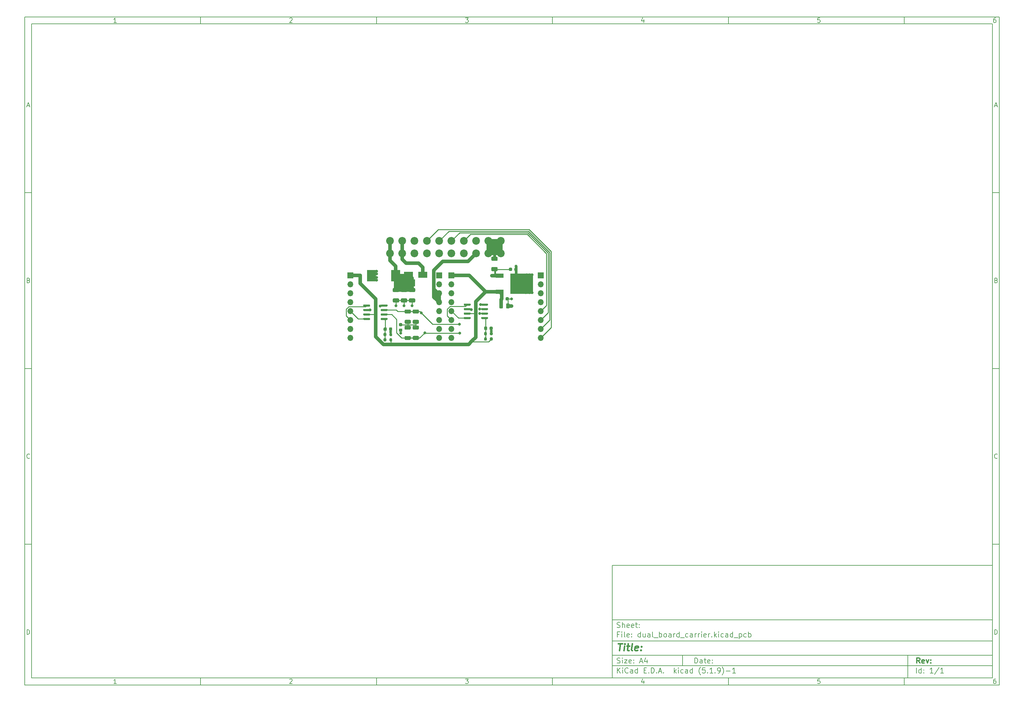
<source format=gbr>
%TF.GenerationSoftware,KiCad,Pcbnew,(5.1.9)-1*%
%TF.CreationDate,2021-01-23T10:55:32-06:00*%
%TF.ProjectId,dual_board_carrier,6475616c-5f62-46f6-9172-645f63617272,rev?*%
%TF.SameCoordinates,Original*%
%TF.FileFunction,Copper,L1,Top*%
%TF.FilePolarity,Positive*%
%FSLAX46Y46*%
G04 Gerber Fmt 4.6, Leading zero omitted, Abs format (unit mm)*
G04 Created by KiCad (PCBNEW (5.1.9)-1) date 2021-01-23 10:55:32*
%MOMM*%
%LPD*%
G01*
G04 APERTURE LIST*
%ADD10C,0.100000*%
%ADD11C,0.150000*%
%ADD12C,0.300000*%
%ADD13C,0.400000*%
%TA.AperFunction,SMDPad,CuDef*%
%ADD14R,6.400000X5.800000*%
%TD*%
%TA.AperFunction,SMDPad,CuDef*%
%ADD15R,2.200000X1.200000*%
%TD*%
%TA.AperFunction,SMDPad,CuDef*%
%ADD16R,2.500000X3.300000*%
%TD*%
%TA.AperFunction,ComponentPad*%
%ADD17O,1.700000X1.700000*%
%TD*%
%TA.AperFunction,ComponentPad*%
%ADD18R,1.700000X1.700000*%
%TD*%
%TA.AperFunction,ComponentPad*%
%ADD19C,2.200000*%
%TD*%
%TA.AperFunction,SMDPad,CuDef*%
%ADD20R,2.500000X1.800000*%
%TD*%
%TA.AperFunction,ViaPad*%
%ADD21C,0.800000*%
%TD*%
%TA.AperFunction,Conductor*%
%ADD22C,0.250000*%
%TD*%
%TA.AperFunction,Conductor*%
%ADD23C,1.000000*%
%TD*%
%TA.AperFunction,Conductor*%
%ADD24C,0.800000*%
%TD*%
%TA.AperFunction,Conductor*%
%ADD25C,0.254000*%
%TD*%
%TA.AperFunction,Conductor*%
%ADD26C,0.100000*%
%TD*%
G04 APERTURE END LIST*
D10*
D11*
X177002200Y-166007200D02*
X177002200Y-198007200D01*
X285002200Y-198007200D01*
X285002200Y-166007200D01*
X177002200Y-166007200D01*
D10*
D11*
X10000000Y-10000000D02*
X10000000Y-200007200D01*
X287002200Y-200007200D01*
X287002200Y-10000000D01*
X10000000Y-10000000D01*
D10*
D11*
X12000000Y-12000000D02*
X12000000Y-198007200D01*
X285002200Y-198007200D01*
X285002200Y-12000000D01*
X12000000Y-12000000D01*
D10*
D11*
X60000000Y-12000000D02*
X60000000Y-10000000D01*
D10*
D11*
X110000000Y-12000000D02*
X110000000Y-10000000D01*
D10*
D11*
X160000000Y-12000000D02*
X160000000Y-10000000D01*
D10*
D11*
X210000000Y-12000000D02*
X210000000Y-10000000D01*
D10*
D11*
X260000000Y-12000000D02*
X260000000Y-10000000D01*
D10*
D11*
X36065476Y-11588095D02*
X35322619Y-11588095D01*
X35694047Y-11588095D02*
X35694047Y-10288095D01*
X35570238Y-10473809D01*
X35446428Y-10597619D01*
X35322619Y-10659523D01*
D10*
D11*
X85322619Y-10411904D02*
X85384523Y-10350000D01*
X85508333Y-10288095D01*
X85817857Y-10288095D01*
X85941666Y-10350000D01*
X86003571Y-10411904D01*
X86065476Y-10535714D01*
X86065476Y-10659523D01*
X86003571Y-10845238D01*
X85260714Y-11588095D01*
X86065476Y-11588095D01*
D10*
D11*
X135260714Y-10288095D02*
X136065476Y-10288095D01*
X135632142Y-10783333D01*
X135817857Y-10783333D01*
X135941666Y-10845238D01*
X136003571Y-10907142D01*
X136065476Y-11030952D01*
X136065476Y-11340476D01*
X136003571Y-11464285D01*
X135941666Y-11526190D01*
X135817857Y-11588095D01*
X135446428Y-11588095D01*
X135322619Y-11526190D01*
X135260714Y-11464285D01*
D10*
D11*
X185941666Y-10721428D02*
X185941666Y-11588095D01*
X185632142Y-10226190D02*
X185322619Y-11154761D01*
X186127380Y-11154761D01*
D10*
D11*
X236003571Y-10288095D02*
X235384523Y-10288095D01*
X235322619Y-10907142D01*
X235384523Y-10845238D01*
X235508333Y-10783333D01*
X235817857Y-10783333D01*
X235941666Y-10845238D01*
X236003571Y-10907142D01*
X236065476Y-11030952D01*
X236065476Y-11340476D01*
X236003571Y-11464285D01*
X235941666Y-11526190D01*
X235817857Y-11588095D01*
X235508333Y-11588095D01*
X235384523Y-11526190D01*
X235322619Y-11464285D01*
D10*
D11*
X285941666Y-10288095D02*
X285694047Y-10288095D01*
X285570238Y-10350000D01*
X285508333Y-10411904D01*
X285384523Y-10597619D01*
X285322619Y-10845238D01*
X285322619Y-11340476D01*
X285384523Y-11464285D01*
X285446428Y-11526190D01*
X285570238Y-11588095D01*
X285817857Y-11588095D01*
X285941666Y-11526190D01*
X286003571Y-11464285D01*
X286065476Y-11340476D01*
X286065476Y-11030952D01*
X286003571Y-10907142D01*
X285941666Y-10845238D01*
X285817857Y-10783333D01*
X285570238Y-10783333D01*
X285446428Y-10845238D01*
X285384523Y-10907142D01*
X285322619Y-11030952D01*
D10*
D11*
X60000000Y-198007200D02*
X60000000Y-200007200D01*
D10*
D11*
X110000000Y-198007200D02*
X110000000Y-200007200D01*
D10*
D11*
X160000000Y-198007200D02*
X160000000Y-200007200D01*
D10*
D11*
X210000000Y-198007200D02*
X210000000Y-200007200D01*
D10*
D11*
X260000000Y-198007200D02*
X260000000Y-200007200D01*
D10*
D11*
X36065476Y-199595295D02*
X35322619Y-199595295D01*
X35694047Y-199595295D02*
X35694047Y-198295295D01*
X35570238Y-198481009D01*
X35446428Y-198604819D01*
X35322619Y-198666723D01*
D10*
D11*
X85322619Y-198419104D02*
X85384523Y-198357200D01*
X85508333Y-198295295D01*
X85817857Y-198295295D01*
X85941666Y-198357200D01*
X86003571Y-198419104D01*
X86065476Y-198542914D01*
X86065476Y-198666723D01*
X86003571Y-198852438D01*
X85260714Y-199595295D01*
X86065476Y-199595295D01*
D10*
D11*
X135260714Y-198295295D02*
X136065476Y-198295295D01*
X135632142Y-198790533D01*
X135817857Y-198790533D01*
X135941666Y-198852438D01*
X136003571Y-198914342D01*
X136065476Y-199038152D01*
X136065476Y-199347676D01*
X136003571Y-199471485D01*
X135941666Y-199533390D01*
X135817857Y-199595295D01*
X135446428Y-199595295D01*
X135322619Y-199533390D01*
X135260714Y-199471485D01*
D10*
D11*
X185941666Y-198728628D02*
X185941666Y-199595295D01*
X185632142Y-198233390D02*
X185322619Y-199161961D01*
X186127380Y-199161961D01*
D10*
D11*
X236003571Y-198295295D02*
X235384523Y-198295295D01*
X235322619Y-198914342D01*
X235384523Y-198852438D01*
X235508333Y-198790533D01*
X235817857Y-198790533D01*
X235941666Y-198852438D01*
X236003571Y-198914342D01*
X236065476Y-199038152D01*
X236065476Y-199347676D01*
X236003571Y-199471485D01*
X235941666Y-199533390D01*
X235817857Y-199595295D01*
X235508333Y-199595295D01*
X235384523Y-199533390D01*
X235322619Y-199471485D01*
D10*
D11*
X285941666Y-198295295D02*
X285694047Y-198295295D01*
X285570238Y-198357200D01*
X285508333Y-198419104D01*
X285384523Y-198604819D01*
X285322619Y-198852438D01*
X285322619Y-199347676D01*
X285384523Y-199471485D01*
X285446428Y-199533390D01*
X285570238Y-199595295D01*
X285817857Y-199595295D01*
X285941666Y-199533390D01*
X286003571Y-199471485D01*
X286065476Y-199347676D01*
X286065476Y-199038152D01*
X286003571Y-198914342D01*
X285941666Y-198852438D01*
X285817857Y-198790533D01*
X285570238Y-198790533D01*
X285446428Y-198852438D01*
X285384523Y-198914342D01*
X285322619Y-199038152D01*
D10*
D11*
X10000000Y-60000000D02*
X12000000Y-60000000D01*
D10*
D11*
X10000000Y-110000000D02*
X12000000Y-110000000D01*
D10*
D11*
X10000000Y-160000000D02*
X12000000Y-160000000D01*
D10*
D11*
X10690476Y-35216666D02*
X11309523Y-35216666D01*
X10566666Y-35588095D02*
X11000000Y-34288095D01*
X11433333Y-35588095D01*
D10*
D11*
X11092857Y-84907142D02*
X11278571Y-84969047D01*
X11340476Y-85030952D01*
X11402380Y-85154761D01*
X11402380Y-85340476D01*
X11340476Y-85464285D01*
X11278571Y-85526190D01*
X11154761Y-85588095D01*
X10659523Y-85588095D01*
X10659523Y-84288095D01*
X11092857Y-84288095D01*
X11216666Y-84350000D01*
X11278571Y-84411904D01*
X11340476Y-84535714D01*
X11340476Y-84659523D01*
X11278571Y-84783333D01*
X11216666Y-84845238D01*
X11092857Y-84907142D01*
X10659523Y-84907142D01*
D10*
D11*
X11402380Y-135464285D02*
X11340476Y-135526190D01*
X11154761Y-135588095D01*
X11030952Y-135588095D01*
X10845238Y-135526190D01*
X10721428Y-135402380D01*
X10659523Y-135278571D01*
X10597619Y-135030952D01*
X10597619Y-134845238D01*
X10659523Y-134597619D01*
X10721428Y-134473809D01*
X10845238Y-134350000D01*
X11030952Y-134288095D01*
X11154761Y-134288095D01*
X11340476Y-134350000D01*
X11402380Y-134411904D01*
D10*
D11*
X10659523Y-185588095D02*
X10659523Y-184288095D01*
X10969047Y-184288095D01*
X11154761Y-184350000D01*
X11278571Y-184473809D01*
X11340476Y-184597619D01*
X11402380Y-184845238D01*
X11402380Y-185030952D01*
X11340476Y-185278571D01*
X11278571Y-185402380D01*
X11154761Y-185526190D01*
X10969047Y-185588095D01*
X10659523Y-185588095D01*
D10*
D11*
X287002200Y-60000000D02*
X285002200Y-60000000D01*
D10*
D11*
X287002200Y-110000000D02*
X285002200Y-110000000D01*
D10*
D11*
X287002200Y-160000000D02*
X285002200Y-160000000D01*
D10*
D11*
X285692676Y-35216666D02*
X286311723Y-35216666D01*
X285568866Y-35588095D02*
X286002200Y-34288095D01*
X286435533Y-35588095D01*
D10*
D11*
X286095057Y-84907142D02*
X286280771Y-84969047D01*
X286342676Y-85030952D01*
X286404580Y-85154761D01*
X286404580Y-85340476D01*
X286342676Y-85464285D01*
X286280771Y-85526190D01*
X286156961Y-85588095D01*
X285661723Y-85588095D01*
X285661723Y-84288095D01*
X286095057Y-84288095D01*
X286218866Y-84350000D01*
X286280771Y-84411904D01*
X286342676Y-84535714D01*
X286342676Y-84659523D01*
X286280771Y-84783333D01*
X286218866Y-84845238D01*
X286095057Y-84907142D01*
X285661723Y-84907142D01*
D10*
D11*
X286404580Y-135464285D02*
X286342676Y-135526190D01*
X286156961Y-135588095D01*
X286033152Y-135588095D01*
X285847438Y-135526190D01*
X285723628Y-135402380D01*
X285661723Y-135278571D01*
X285599819Y-135030952D01*
X285599819Y-134845238D01*
X285661723Y-134597619D01*
X285723628Y-134473809D01*
X285847438Y-134350000D01*
X286033152Y-134288095D01*
X286156961Y-134288095D01*
X286342676Y-134350000D01*
X286404580Y-134411904D01*
D10*
D11*
X285661723Y-185588095D02*
X285661723Y-184288095D01*
X285971247Y-184288095D01*
X286156961Y-184350000D01*
X286280771Y-184473809D01*
X286342676Y-184597619D01*
X286404580Y-184845238D01*
X286404580Y-185030952D01*
X286342676Y-185278571D01*
X286280771Y-185402380D01*
X286156961Y-185526190D01*
X285971247Y-185588095D01*
X285661723Y-185588095D01*
D10*
D11*
X200434342Y-193785771D02*
X200434342Y-192285771D01*
X200791485Y-192285771D01*
X201005771Y-192357200D01*
X201148628Y-192500057D01*
X201220057Y-192642914D01*
X201291485Y-192928628D01*
X201291485Y-193142914D01*
X201220057Y-193428628D01*
X201148628Y-193571485D01*
X201005771Y-193714342D01*
X200791485Y-193785771D01*
X200434342Y-193785771D01*
X202577200Y-193785771D02*
X202577200Y-193000057D01*
X202505771Y-192857200D01*
X202362914Y-192785771D01*
X202077200Y-192785771D01*
X201934342Y-192857200D01*
X202577200Y-193714342D02*
X202434342Y-193785771D01*
X202077200Y-193785771D01*
X201934342Y-193714342D01*
X201862914Y-193571485D01*
X201862914Y-193428628D01*
X201934342Y-193285771D01*
X202077200Y-193214342D01*
X202434342Y-193214342D01*
X202577200Y-193142914D01*
X203077200Y-192785771D02*
X203648628Y-192785771D01*
X203291485Y-192285771D02*
X203291485Y-193571485D01*
X203362914Y-193714342D01*
X203505771Y-193785771D01*
X203648628Y-193785771D01*
X204720057Y-193714342D02*
X204577200Y-193785771D01*
X204291485Y-193785771D01*
X204148628Y-193714342D01*
X204077200Y-193571485D01*
X204077200Y-193000057D01*
X204148628Y-192857200D01*
X204291485Y-192785771D01*
X204577200Y-192785771D01*
X204720057Y-192857200D01*
X204791485Y-193000057D01*
X204791485Y-193142914D01*
X204077200Y-193285771D01*
X205434342Y-193642914D02*
X205505771Y-193714342D01*
X205434342Y-193785771D01*
X205362914Y-193714342D01*
X205434342Y-193642914D01*
X205434342Y-193785771D01*
X205434342Y-192857200D02*
X205505771Y-192928628D01*
X205434342Y-193000057D01*
X205362914Y-192928628D01*
X205434342Y-192857200D01*
X205434342Y-193000057D01*
D10*
D11*
X177002200Y-194507200D02*
X285002200Y-194507200D01*
D10*
D11*
X178434342Y-196585771D02*
X178434342Y-195085771D01*
X179291485Y-196585771D02*
X178648628Y-195728628D01*
X179291485Y-195085771D02*
X178434342Y-195942914D01*
X179934342Y-196585771D02*
X179934342Y-195585771D01*
X179934342Y-195085771D02*
X179862914Y-195157200D01*
X179934342Y-195228628D01*
X180005771Y-195157200D01*
X179934342Y-195085771D01*
X179934342Y-195228628D01*
X181505771Y-196442914D02*
X181434342Y-196514342D01*
X181220057Y-196585771D01*
X181077200Y-196585771D01*
X180862914Y-196514342D01*
X180720057Y-196371485D01*
X180648628Y-196228628D01*
X180577200Y-195942914D01*
X180577200Y-195728628D01*
X180648628Y-195442914D01*
X180720057Y-195300057D01*
X180862914Y-195157200D01*
X181077200Y-195085771D01*
X181220057Y-195085771D01*
X181434342Y-195157200D01*
X181505771Y-195228628D01*
X182791485Y-196585771D02*
X182791485Y-195800057D01*
X182720057Y-195657200D01*
X182577200Y-195585771D01*
X182291485Y-195585771D01*
X182148628Y-195657200D01*
X182791485Y-196514342D02*
X182648628Y-196585771D01*
X182291485Y-196585771D01*
X182148628Y-196514342D01*
X182077200Y-196371485D01*
X182077200Y-196228628D01*
X182148628Y-196085771D01*
X182291485Y-196014342D01*
X182648628Y-196014342D01*
X182791485Y-195942914D01*
X184148628Y-196585771D02*
X184148628Y-195085771D01*
X184148628Y-196514342D02*
X184005771Y-196585771D01*
X183720057Y-196585771D01*
X183577200Y-196514342D01*
X183505771Y-196442914D01*
X183434342Y-196300057D01*
X183434342Y-195871485D01*
X183505771Y-195728628D01*
X183577200Y-195657200D01*
X183720057Y-195585771D01*
X184005771Y-195585771D01*
X184148628Y-195657200D01*
X186005771Y-195800057D02*
X186505771Y-195800057D01*
X186720057Y-196585771D02*
X186005771Y-196585771D01*
X186005771Y-195085771D01*
X186720057Y-195085771D01*
X187362914Y-196442914D02*
X187434342Y-196514342D01*
X187362914Y-196585771D01*
X187291485Y-196514342D01*
X187362914Y-196442914D01*
X187362914Y-196585771D01*
X188077200Y-196585771D02*
X188077200Y-195085771D01*
X188434342Y-195085771D01*
X188648628Y-195157200D01*
X188791485Y-195300057D01*
X188862914Y-195442914D01*
X188934342Y-195728628D01*
X188934342Y-195942914D01*
X188862914Y-196228628D01*
X188791485Y-196371485D01*
X188648628Y-196514342D01*
X188434342Y-196585771D01*
X188077200Y-196585771D01*
X189577200Y-196442914D02*
X189648628Y-196514342D01*
X189577200Y-196585771D01*
X189505771Y-196514342D01*
X189577200Y-196442914D01*
X189577200Y-196585771D01*
X190220057Y-196157200D02*
X190934342Y-196157200D01*
X190077200Y-196585771D02*
X190577200Y-195085771D01*
X191077200Y-196585771D01*
X191577200Y-196442914D02*
X191648628Y-196514342D01*
X191577200Y-196585771D01*
X191505771Y-196514342D01*
X191577200Y-196442914D01*
X191577200Y-196585771D01*
X194577200Y-196585771D02*
X194577200Y-195085771D01*
X194720057Y-196014342D02*
X195148628Y-196585771D01*
X195148628Y-195585771D02*
X194577200Y-196157200D01*
X195791485Y-196585771D02*
X195791485Y-195585771D01*
X195791485Y-195085771D02*
X195720057Y-195157200D01*
X195791485Y-195228628D01*
X195862914Y-195157200D01*
X195791485Y-195085771D01*
X195791485Y-195228628D01*
X197148628Y-196514342D02*
X197005771Y-196585771D01*
X196720057Y-196585771D01*
X196577200Y-196514342D01*
X196505771Y-196442914D01*
X196434342Y-196300057D01*
X196434342Y-195871485D01*
X196505771Y-195728628D01*
X196577200Y-195657200D01*
X196720057Y-195585771D01*
X197005771Y-195585771D01*
X197148628Y-195657200D01*
X198434342Y-196585771D02*
X198434342Y-195800057D01*
X198362914Y-195657200D01*
X198220057Y-195585771D01*
X197934342Y-195585771D01*
X197791485Y-195657200D01*
X198434342Y-196514342D02*
X198291485Y-196585771D01*
X197934342Y-196585771D01*
X197791485Y-196514342D01*
X197720057Y-196371485D01*
X197720057Y-196228628D01*
X197791485Y-196085771D01*
X197934342Y-196014342D01*
X198291485Y-196014342D01*
X198434342Y-195942914D01*
X199791485Y-196585771D02*
X199791485Y-195085771D01*
X199791485Y-196514342D02*
X199648628Y-196585771D01*
X199362914Y-196585771D01*
X199220057Y-196514342D01*
X199148628Y-196442914D01*
X199077200Y-196300057D01*
X199077200Y-195871485D01*
X199148628Y-195728628D01*
X199220057Y-195657200D01*
X199362914Y-195585771D01*
X199648628Y-195585771D01*
X199791485Y-195657200D01*
X202077200Y-197157200D02*
X202005771Y-197085771D01*
X201862914Y-196871485D01*
X201791485Y-196728628D01*
X201720057Y-196514342D01*
X201648628Y-196157200D01*
X201648628Y-195871485D01*
X201720057Y-195514342D01*
X201791485Y-195300057D01*
X201862914Y-195157200D01*
X202005771Y-194942914D01*
X202077200Y-194871485D01*
X203362914Y-195085771D02*
X202648628Y-195085771D01*
X202577200Y-195800057D01*
X202648628Y-195728628D01*
X202791485Y-195657200D01*
X203148628Y-195657200D01*
X203291485Y-195728628D01*
X203362914Y-195800057D01*
X203434342Y-195942914D01*
X203434342Y-196300057D01*
X203362914Y-196442914D01*
X203291485Y-196514342D01*
X203148628Y-196585771D01*
X202791485Y-196585771D01*
X202648628Y-196514342D01*
X202577200Y-196442914D01*
X204077200Y-196442914D02*
X204148628Y-196514342D01*
X204077200Y-196585771D01*
X204005771Y-196514342D01*
X204077200Y-196442914D01*
X204077200Y-196585771D01*
X205577200Y-196585771D02*
X204720057Y-196585771D01*
X205148628Y-196585771D02*
X205148628Y-195085771D01*
X205005771Y-195300057D01*
X204862914Y-195442914D01*
X204720057Y-195514342D01*
X206220057Y-196442914D02*
X206291485Y-196514342D01*
X206220057Y-196585771D01*
X206148628Y-196514342D01*
X206220057Y-196442914D01*
X206220057Y-196585771D01*
X207005771Y-196585771D02*
X207291485Y-196585771D01*
X207434342Y-196514342D01*
X207505771Y-196442914D01*
X207648628Y-196228628D01*
X207720057Y-195942914D01*
X207720057Y-195371485D01*
X207648628Y-195228628D01*
X207577200Y-195157200D01*
X207434342Y-195085771D01*
X207148628Y-195085771D01*
X207005771Y-195157200D01*
X206934342Y-195228628D01*
X206862914Y-195371485D01*
X206862914Y-195728628D01*
X206934342Y-195871485D01*
X207005771Y-195942914D01*
X207148628Y-196014342D01*
X207434342Y-196014342D01*
X207577200Y-195942914D01*
X207648628Y-195871485D01*
X207720057Y-195728628D01*
X208220057Y-197157200D02*
X208291485Y-197085771D01*
X208434342Y-196871485D01*
X208505771Y-196728628D01*
X208577200Y-196514342D01*
X208648628Y-196157200D01*
X208648628Y-195871485D01*
X208577200Y-195514342D01*
X208505771Y-195300057D01*
X208434342Y-195157200D01*
X208291485Y-194942914D01*
X208220057Y-194871485D01*
X209362914Y-196014342D02*
X210505771Y-196014342D01*
X212005771Y-196585771D02*
X211148628Y-196585771D01*
X211577200Y-196585771D02*
X211577200Y-195085771D01*
X211434342Y-195300057D01*
X211291485Y-195442914D01*
X211148628Y-195514342D01*
D10*
D11*
X177002200Y-191507200D02*
X285002200Y-191507200D01*
D10*
D12*
X264411485Y-193785771D02*
X263911485Y-193071485D01*
X263554342Y-193785771D02*
X263554342Y-192285771D01*
X264125771Y-192285771D01*
X264268628Y-192357200D01*
X264340057Y-192428628D01*
X264411485Y-192571485D01*
X264411485Y-192785771D01*
X264340057Y-192928628D01*
X264268628Y-193000057D01*
X264125771Y-193071485D01*
X263554342Y-193071485D01*
X265625771Y-193714342D02*
X265482914Y-193785771D01*
X265197200Y-193785771D01*
X265054342Y-193714342D01*
X264982914Y-193571485D01*
X264982914Y-193000057D01*
X265054342Y-192857200D01*
X265197200Y-192785771D01*
X265482914Y-192785771D01*
X265625771Y-192857200D01*
X265697200Y-193000057D01*
X265697200Y-193142914D01*
X264982914Y-193285771D01*
X266197200Y-192785771D02*
X266554342Y-193785771D01*
X266911485Y-192785771D01*
X267482914Y-193642914D02*
X267554342Y-193714342D01*
X267482914Y-193785771D01*
X267411485Y-193714342D01*
X267482914Y-193642914D01*
X267482914Y-193785771D01*
X267482914Y-192857200D02*
X267554342Y-192928628D01*
X267482914Y-193000057D01*
X267411485Y-192928628D01*
X267482914Y-192857200D01*
X267482914Y-193000057D01*
D10*
D11*
X178362914Y-193714342D02*
X178577200Y-193785771D01*
X178934342Y-193785771D01*
X179077200Y-193714342D01*
X179148628Y-193642914D01*
X179220057Y-193500057D01*
X179220057Y-193357200D01*
X179148628Y-193214342D01*
X179077200Y-193142914D01*
X178934342Y-193071485D01*
X178648628Y-193000057D01*
X178505771Y-192928628D01*
X178434342Y-192857200D01*
X178362914Y-192714342D01*
X178362914Y-192571485D01*
X178434342Y-192428628D01*
X178505771Y-192357200D01*
X178648628Y-192285771D01*
X179005771Y-192285771D01*
X179220057Y-192357200D01*
X179862914Y-193785771D02*
X179862914Y-192785771D01*
X179862914Y-192285771D02*
X179791485Y-192357200D01*
X179862914Y-192428628D01*
X179934342Y-192357200D01*
X179862914Y-192285771D01*
X179862914Y-192428628D01*
X180434342Y-192785771D02*
X181220057Y-192785771D01*
X180434342Y-193785771D01*
X181220057Y-193785771D01*
X182362914Y-193714342D02*
X182220057Y-193785771D01*
X181934342Y-193785771D01*
X181791485Y-193714342D01*
X181720057Y-193571485D01*
X181720057Y-193000057D01*
X181791485Y-192857200D01*
X181934342Y-192785771D01*
X182220057Y-192785771D01*
X182362914Y-192857200D01*
X182434342Y-193000057D01*
X182434342Y-193142914D01*
X181720057Y-193285771D01*
X183077200Y-193642914D02*
X183148628Y-193714342D01*
X183077200Y-193785771D01*
X183005771Y-193714342D01*
X183077200Y-193642914D01*
X183077200Y-193785771D01*
X183077200Y-192857200D02*
X183148628Y-192928628D01*
X183077200Y-193000057D01*
X183005771Y-192928628D01*
X183077200Y-192857200D01*
X183077200Y-193000057D01*
X184862914Y-193357200D02*
X185577200Y-193357200D01*
X184720057Y-193785771D02*
X185220057Y-192285771D01*
X185720057Y-193785771D01*
X186862914Y-192785771D02*
X186862914Y-193785771D01*
X186505771Y-192214342D02*
X186148628Y-193285771D01*
X187077200Y-193285771D01*
D10*
D11*
X263434342Y-196585771D02*
X263434342Y-195085771D01*
X264791485Y-196585771D02*
X264791485Y-195085771D01*
X264791485Y-196514342D02*
X264648628Y-196585771D01*
X264362914Y-196585771D01*
X264220057Y-196514342D01*
X264148628Y-196442914D01*
X264077200Y-196300057D01*
X264077200Y-195871485D01*
X264148628Y-195728628D01*
X264220057Y-195657200D01*
X264362914Y-195585771D01*
X264648628Y-195585771D01*
X264791485Y-195657200D01*
X265505771Y-196442914D02*
X265577200Y-196514342D01*
X265505771Y-196585771D01*
X265434342Y-196514342D01*
X265505771Y-196442914D01*
X265505771Y-196585771D01*
X265505771Y-195657200D02*
X265577200Y-195728628D01*
X265505771Y-195800057D01*
X265434342Y-195728628D01*
X265505771Y-195657200D01*
X265505771Y-195800057D01*
X268148628Y-196585771D02*
X267291485Y-196585771D01*
X267720057Y-196585771D02*
X267720057Y-195085771D01*
X267577200Y-195300057D01*
X267434342Y-195442914D01*
X267291485Y-195514342D01*
X269862914Y-195014342D02*
X268577200Y-196942914D01*
X271148628Y-196585771D02*
X270291485Y-196585771D01*
X270720057Y-196585771D02*
X270720057Y-195085771D01*
X270577200Y-195300057D01*
X270434342Y-195442914D01*
X270291485Y-195514342D01*
D10*
D11*
X177002200Y-187507200D02*
X285002200Y-187507200D01*
D10*
D13*
X178714580Y-188211961D02*
X179857438Y-188211961D01*
X179036009Y-190211961D02*
X179286009Y-188211961D01*
X180274104Y-190211961D02*
X180440771Y-188878628D01*
X180524104Y-188211961D02*
X180416961Y-188307200D01*
X180500295Y-188402438D01*
X180607438Y-188307200D01*
X180524104Y-188211961D01*
X180500295Y-188402438D01*
X181107438Y-188878628D02*
X181869342Y-188878628D01*
X181476485Y-188211961D02*
X181262200Y-189926247D01*
X181333628Y-190116723D01*
X181512200Y-190211961D01*
X181702676Y-190211961D01*
X182655057Y-190211961D02*
X182476485Y-190116723D01*
X182405057Y-189926247D01*
X182619342Y-188211961D01*
X184190771Y-190116723D02*
X183988390Y-190211961D01*
X183607438Y-190211961D01*
X183428866Y-190116723D01*
X183357438Y-189926247D01*
X183452676Y-189164342D01*
X183571723Y-188973866D01*
X183774104Y-188878628D01*
X184155057Y-188878628D01*
X184333628Y-188973866D01*
X184405057Y-189164342D01*
X184381247Y-189354819D01*
X183405057Y-189545295D01*
X185155057Y-190021485D02*
X185238390Y-190116723D01*
X185131247Y-190211961D01*
X185047914Y-190116723D01*
X185155057Y-190021485D01*
X185131247Y-190211961D01*
X185286009Y-188973866D02*
X185369342Y-189069104D01*
X185262200Y-189164342D01*
X185178866Y-189069104D01*
X185286009Y-188973866D01*
X185262200Y-189164342D01*
D10*
D11*
X178934342Y-185600057D02*
X178434342Y-185600057D01*
X178434342Y-186385771D02*
X178434342Y-184885771D01*
X179148628Y-184885771D01*
X179720057Y-186385771D02*
X179720057Y-185385771D01*
X179720057Y-184885771D02*
X179648628Y-184957200D01*
X179720057Y-185028628D01*
X179791485Y-184957200D01*
X179720057Y-184885771D01*
X179720057Y-185028628D01*
X180648628Y-186385771D02*
X180505771Y-186314342D01*
X180434342Y-186171485D01*
X180434342Y-184885771D01*
X181791485Y-186314342D02*
X181648628Y-186385771D01*
X181362914Y-186385771D01*
X181220057Y-186314342D01*
X181148628Y-186171485D01*
X181148628Y-185600057D01*
X181220057Y-185457200D01*
X181362914Y-185385771D01*
X181648628Y-185385771D01*
X181791485Y-185457200D01*
X181862914Y-185600057D01*
X181862914Y-185742914D01*
X181148628Y-185885771D01*
X182505771Y-186242914D02*
X182577200Y-186314342D01*
X182505771Y-186385771D01*
X182434342Y-186314342D01*
X182505771Y-186242914D01*
X182505771Y-186385771D01*
X182505771Y-185457200D02*
X182577200Y-185528628D01*
X182505771Y-185600057D01*
X182434342Y-185528628D01*
X182505771Y-185457200D01*
X182505771Y-185600057D01*
X185005771Y-186385771D02*
X185005771Y-184885771D01*
X185005771Y-186314342D02*
X184862914Y-186385771D01*
X184577200Y-186385771D01*
X184434342Y-186314342D01*
X184362914Y-186242914D01*
X184291485Y-186100057D01*
X184291485Y-185671485D01*
X184362914Y-185528628D01*
X184434342Y-185457200D01*
X184577200Y-185385771D01*
X184862914Y-185385771D01*
X185005771Y-185457200D01*
X186362914Y-185385771D02*
X186362914Y-186385771D01*
X185720057Y-185385771D02*
X185720057Y-186171485D01*
X185791485Y-186314342D01*
X185934342Y-186385771D01*
X186148628Y-186385771D01*
X186291485Y-186314342D01*
X186362914Y-186242914D01*
X187720057Y-186385771D02*
X187720057Y-185600057D01*
X187648628Y-185457200D01*
X187505771Y-185385771D01*
X187220057Y-185385771D01*
X187077200Y-185457200D01*
X187720057Y-186314342D02*
X187577200Y-186385771D01*
X187220057Y-186385771D01*
X187077200Y-186314342D01*
X187005771Y-186171485D01*
X187005771Y-186028628D01*
X187077200Y-185885771D01*
X187220057Y-185814342D01*
X187577200Y-185814342D01*
X187720057Y-185742914D01*
X188648628Y-186385771D02*
X188505771Y-186314342D01*
X188434342Y-186171485D01*
X188434342Y-184885771D01*
X188862914Y-186528628D02*
X190005771Y-186528628D01*
X190362914Y-186385771D02*
X190362914Y-184885771D01*
X190362914Y-185457200D02*
X190505771Y-185385771D01*
X190791485Y-185385771D01*
X190934342Y-185457200D01*
X191005771Y-185528628D01*
X191077200Y-185671485D01*
X191077200Y-186100057D01*
X191005771Y-186242914D01*
X190934342Y-186314342D01*
X190791485Y-186385771D01*
X190505771Y-186385771D01*
X190362914Y-186314342D01*
X191934342Y-186385771D02*
X191791485Y-186314342D01*
X191720057Y-186242914D01*
X191648628Y-186100057D01*
X191648628Y-185671485D01*
X191720057Y-185528628D01*
X191791485Y-185457200D01*
X191934342Y-185385771D01*
X192148628Y-185385771D01*
X192291485Y-185457200D01*
X192362914Y-185528628D01*
X192434342Y-185671485D01*
X192434342Y-186100057D01*
X192362914Y-186242914D01*
X192291485Y-186314342D01*
X192148628Y-186385771D01*
X191934342Y-186385771D01*
X193720057Y-186385771D02*
X193720057Y-185600057D01*
X193648628Y-185457200D01*
X193505771Y-185385771D01*
X193220057Y-185385771D01*
X193077200Y-185457200D01*
X193720057Y-186314342D02*
X193577200Y-186385771D01*
X193220057Y-186385771D01*
X193077200Y-186314342D01*
X193005771Y-186171485D01*
X193005771Y-186028628D01*
X193077200Y-185885771D01*
X193220057Y-185814342D01*
X193577200Y-185814342D01*
X193720057Y-185742914D01*
X194434342Y-186385771D02*
X194434342Y-185385771D01*
X194434342Y-185671485D02*
X194505771Y-185528628D01*
X194577200Y-185457200D01*
X194720057Y-185385771D01*
X194862914Y-185385771D01*
X196005771Y-186385771D02*
X196005771Y-184885771D01*
X196005771Y-186314342D02*
X195862914Y-186385771D01*
X195577200Y-186385771D01*
X195434342Y-186314342D01*
X195362914Y-186242914D01*
X195291485Y-186100057D01*
X195291485Y-185671485D01*
X195362914Y-185528628D01*
X195434342Y-185457200D01*
X195577200Y-185385771D01*
X195862914Y-185385771D01*
X196005771Y-185457200D01*
X196362914Y-186528628D02*
X197505771Y-186528628D01*
X198505771Y-186314342D02*
X198362914Y-186385771D01*
X198077200Y-186385771D01*
X197934342Y-186314342D01*
X197862914Y-186242914D01*
X197791485Y-186100057D01*
X197791485Y-185671485D01*
X197862914Y-185528628D01*
X197934342Y-185457200D01*
X198077200Y-185385771D01*
X198362914Y-185385771D01*
X198505771Y-185457200D01*
X199791485Y-186385771D02*
X199791485Y-185600057D01*
X199720057Y-185457200D01*
X199577200Y-185385771D01*
X199291485Y-185385771D01*
X199148628Y-185457200D01*
X199791485Y-186314342D02*
X199648628Y-186385771D01*
X199291485Y-186385771D01*
X199148628Y-186314342D01*
X199077200Y-186171485D01*
X199077200Y-186028628D01*
X199148628Y-185885771D01*
X199291485Y-185814342D01*
X199648628Y-185814342D01*
X199791485Y-185742914D01*
X200505771Y-186385771D02*
X200505771Y-185385771D01*
X200505771Y-185671485D02*
X200577200Y-185528628D01*
X200648628Y-185457200D01*
X200791485Y-185385771D01*
X200934342Y-185385771D01*
X201434342Y-186385771D02*
X201434342Y-185385771D01*
X201434342Y-185671485D02*
X201505771Y-185528628D01*
X201577200Y-185457200D01*
X201720057Y-185385771D01*
X201862914Y-185385771D01*
X202362914Y-186385771D02*
X202362914Y-185385771D01*
X202362914Y-184885771D02*
X202291485Y-184957200D01*
X202362914Y-185028628D01*
X202434342Y-184957200D01*
X202362914Y-184885771D01*
X202362914Y-185028628D01*
X203648628Y-186314342D02*
X203505771Y-186385771D01*
X203220057Y-186385771D01*
X203077200Y-186314342D01*
X203005771Y-186171485D01*
X203005771Y-185600057D01*
X203077200Y-185457200D01*
X203220057Y-185385771D01*
X203505771Y-185385771D01*
X203648628Y-185457200D01*
X203720057Y-185600057D01*
X203720057Y-185742914D01*
X203005771Y-185885771D01*
X204362914Y-186385771D02*
X204362914Y-185385771D01*
X204362914Y-185671485D02*
X204434342Y-185528628D01*
X204505771Y-185457200D01*
X204648628Y-185385771D01*
X204791485Y-185385771D01*
X205291485Y-186242914D02*
X205362914Y-186314342D01*
X205291485Y-186385771D01*
X205220057Y-186314342D01*
X205291485Y-186242914D01*
X205291485Y-186385771D01*
X206005771Y-186385771D02*
X206005771Y-184885771D01*
X206148628Y-185814342D02*
X206577200Y-186385771D01*
X206577200Y-185385771D02*
X206005771Y-185957200D01*
X207220057Y-186385771D02*
X207220057Y-185385771D01*
X207220057Y-184885771D02*
X207148628Y-184957200D01*
X207220057Y-185028628D01*
X207291485Y-184957200D01*
X207220057Y-184885771D01*
X207220057Y-185028628D01*
X208577200Y-186314342D02*
X208434342Y-186385771D01*
X208148628Y-186385771D01*
X208005771Y-186314342D01*
X207934342Y-186242914D01*
X207862914Y-186100057D01*
X207862914Y-185671485D01*
X207934342Y-185528628D01*
X208005771Y-185457200D01*
X208148628Y-185385771D01*
X208434342Y-185385771D01*
X208577200Y-185457200D01*
X209862914Y-186385771D02*
X209862914Y-185600057D01*
X209791485Y-185457200D01*
X209648628Y-185385771D01*
X209362914Y-185385771D01*
X209220057Y-185457200D01*
X209862914Y-186314342D02*
X209720057Y-186385771D01*
X209362914Y-186385771D01*
X209220057Y-186314342D01*
X209148628Y-186171485D01*
X209148628Y-186028628D01*
X209220057Y-185885771D01*
X209362914Y-185814342D01*
X209720057Y-185814342D01*
X209862914Y-185742914D01*
X211220057Y-186385771D02*
X211220057Y-184885771D01*
X211220057Y-186314342D02*
X211077200Y-186385771D01*
X210791485Y-186385771D01*
X210648628Y-186314342D01*
X210577200Y-186242914D01*
X210505771Y-186100057D01*
X210505771Y-185671485D01*
X210577200Y-185528628D01*
X210648628Y-185457200D01*
X210791485Y-185385771D01*
X211077200Y-185385771D01*
X211220057Y-185457200D01*
X211577200Y-186528628D02*
X212720057Y-186528628D01*
X213077200Y-185385771D02*
X213077200Y-186885771D01*
X213077200Y-185457200D02*
X213220057Y-185385771D01*
X213505771Y-185385771D01*
X213648628Y-185457200D01*
X213720057Y-185528628D01*
X213791485Y-185671485D01*
X213791485Y-186100057D01*
X213720057Y-186242914D01*
X213648628Y-186314342D01*
X213505771Y-186385771D01*
X213220057Y-186385771D01*
X213077200Y-186314342D01*
X215077200Y-186314342D02*
X214934342Y-186385771D01*
X214648628Y-186385771D01*
X214505771Y-186314342D01*
X214434342Y-186242914D01*
X214362914Y-186100057D01*
X214362914Y-185671485D01*
X214434342Y-185528628D01*
X214505771Y-185457200D01*
X214648628Y-185385771D01*
X214934342Y-185385771D01*
X215077200Y-185457200D01*
X215720057Y-186385771D02*
X215720057Y-184885771D01*
X215720057Y-185457200D02*
X215862914Y-185385771D01*
X216148628Y-185385771D01*
X216291485Y-185457200D01*
X216362914Y-185528628D01*
X216434342Y-185671485D01*
X216434342Y-186100057D01*
X216362914Y-186242914D01*
X216291485Y-186314342D01*
X216148628Y-186385771D01*
X215862914Y-186385771D01*
X215720057Y-186314342D01*
D10*
D11*
X177002200Y-181507200D02*
X285002200Y-181507200D01*
D10*
D11*
X178362914Y-183614342D02*
X178577200Y-183685771D01*
X178934342Y-183685771D01*
X179077200Y-183614342D01*
X179148628Y-183542914D01*
X179220057Y-183400057D01*
X179220057Y-183257200D01*
X179148628Y-183114342D01*
X179077200Y-183042914D01*
X178934342Y-182971485D01*
X178648628Y-182900057D01*
X178505771Y-182828628D01*
X178434342Y-182757200D01*
X178362914Y-182614342D01*
X178362914Y-182471485D01*
X178434342Y-182328628D01*
X178505771Y-182257200D01*
X178648628Y-182185771D01*
X179005771Y-182185771D01*
X179220057Y-182257200D01*
X179862914Y-183685771D02*
X179862914Y-182185771D01*
X180505771Y-183685771D02*
X180505771Y-182900057D01*
X180434342Y-182757200D01*
X180291485Y-182685771D01*
X180077200Y-182685771D01*
X179934342Y-182757200D01*
X179862914Y-182828628D01*
X181791485Y-183614342D02*
X181648628Y-183685771D01*
X181362914Y-183685771D01*
X181220057Y-183614342D01*
X181148628Y-183471485D01*
X181148628Y-182900057D01*
X181220057Y-182757200D01*
X181362914Y-182685771D01*
X181648628Y-182685771D01*
X181791485Y-182757200D01*
X181862914Y-182900057D01*
X181862914Y-183042914D01*
X181148628Y-183185771D01*
X183077200Y-183614342D02*
X182934342Y-183685771D01*
X182648628Y-183685771D01*
X182505771Y-183614342D01*
X182434342Y-183471485D01*
X182434342Y-182900057D01*
X182505771Y-182757200D01*
X182648628Y-182685771D01*
X182934342Y-182685771D01*
X183077200Y-182757200D01*
X183148628Y-182900057D01*
X183148628Y-183042914D01*
X182434342Y-183185771D01*
X183577200Y-182685771D02*
X184148628Y-182685771D01*
X183791485Y-182185771D02*
X183791485Y-183471485D01*
X183862914Y-183614342D01*
X184005771Y-183685771D01*
X184148628Y-183685771D01*
X184648628Y-183542914D02*
X184720057Y-183614342D01*
X184648628Y-183685771D01*
X184577200Y-183614342D01*
X184648628Y-183542914D01*
X184648628Y-183685771D01*
X184648628Y-182757200D02*
X184720057Y-182828628D01*
X184648628Y-182900057D01*
X184577200Y-182828628D01*
X184648628Y-182757200D01*
X184648628Y-182900057D01*
D10*
D11*
X197002200Y-191507200D02*
X197002200Y-194507200D01*
D10*
D11*
X261002200Y-191507200D02*
X261002200Y-198007200D01*
D14*
%TO.P,U2,2*%
%TO.N,GND*%
X151254000Y-85852000D03*
D15*
%TO.P,U2,3*%
%TO.N,+5V*%
X144954000Y-88132000D03*
%TO.P,U2,1*%
%TO.N,/LSU_Heater+*%
X144954000Y-83572000D03*
%TD*%
%TO.P,R8,2*%
%TO.N,Net-(C14-Pad2)*%
%TA.AperFunction,SMDPad,CuDef*%
G36*
G01*
X120532999Y-96150000D02*
X121783001Y-96150000D01*
G75*
G02*
X122033000Y-96399999I0J-249999D01*
G01*
X122033000Y-97025001D01*
G75*
G02*
X121783001Y-97275000I-249999J0D01*
G01*
X120532999Y-97275000D01*
G75*
G02*
X120283000Y-97025001I0J249999D01*
G01*
X120283000Y-96399999D01*
G75*
G02*
X120532999Y-96150000I249999J0D01*
G01*
G37*
%TD.AperFunction*%
%TO.P,R8,1*%
%TO.N,/CAN_H*%
%TA.AperFunction,SMDPad,CuDef*%
G36*
G01*
X120532999Y-93225000D02*
X121783001Y-93225000D01*
G75*
G02*
X122033000Y-93474999I0J-249999D01*
G01*
X122033000Y-94100001D01*
G75*
G02*
X121783001Y-94350000I-249999J0D01*
G01*
X120532999Y-94350000D01*
G75*
G02*
X120283000Y-94100001I0J249999D01*
G01*
X120283000Y-93474999D01*
G75*
G02*
X120532999Y-93225000I249999J0D01*
G01*
G37*
%TD.AperFunction*%
%TD*%
%TO.P,R7,2*%
%TO.N,/CAN_L*%
%TA.AperFunction,SMDPad,CuDef*%
G36*
G01*
X120532999Y-100722000D02*
X121783001Y-100722000D01*
G75*
G02*
X122033000Y-100971999I0J-249999D01*
G01*
X122033000Y-101597001D01*
G75*
G02*
X121783001Y-101847000I-249999J0D01*
G01*
X120532999Y-101847000D01*
G75*
G02*
X120283000Y-101597001I0J249999D01*
G01*
X120283000Y-100971999D01*
G75*
G02*
X120532999Y-100722000I249999J0D01*
G01*
G37*
%TD.AperFunction*%
%TO.P,R7,1*%
%TO.N,Net-(C14-Pad2)*%
%TA.AperFunction,SMDPad,CuDef*%
G36*
G01*
X120532999Y-97797000D02*
X121783001Y-97797000D01*
G75*
G02*
X122033000Y-98046999I0J-249999D01*
G01*
X122033000Y-98672001D01*
G75*
G02*
X121783001Y-98922000I-249999J0D01*
G01*
X120532999Y-98922000D01*
G75*
G02*
X120283000Y-98672001I0J249999D01*
G01*
X120283000Y-98046999D01*
G75*
G02*
X120532999Y-97797000I249999J0D01*
G01*
G37*
%TD.AperFunction*%
%TD*%
%TO.P,R6,2*%
%TO.N,Net-(C14-Pad2)*%
%TA.AperFunction,SMDPad,CuDef*%
G36*
G01*
X118246999Y-96150000D02*
X119497001Y-96150000D01*
G75*
G02*
X119747000Y-96399999I0J-249999D01*
G01*
X119747000Y-97025001D01*
G75*
G02*
X119497001Y-97275000I-249999J0D01*
G01*
X118246999Y-97275000D01*
G75*
G02*
X117997000Y-97025001I0J249999D01*
G01*
X117997000Y-96399999D01*
G75*
G02*
X118246999Y-96150000I249999J0D01*
G01*
G37*
%TD.AperFunction*%
%TO.P,R6,1*%
%TO.N,/CAN_H*%
%TA.AperFunction,SMDPad,CuDef*%
G36*
G01*
X118246999Y-93225000D02*
X119497001Y-93225000D01*
G75*
G02*
X119747000Y-93474999I0J-249999D01*
G01*
X119747000Y-94100001D01*
G75*
G02*
X119497001Y-94350000I-249999J0D01*
G01*
X118246999Y-94350000D01*
G75*
G02*
X117997000Y-94100001I0J249999D01*
G01*
X117997000Y-93474999D01*
G75*
G02*
X118246999Y-93225000I249999J0D01*
G01*
G37*
%TD.AperFunction*%
%TD*%
%TO.P,R5,2*%
%TO.N,/CAN_L*%
%TA.AperFunction,SMDPad,CuDef*%
G36*
G01*
X118210000Y-100740999D02*
X119460002Y-100740999D01*
G75*
G02*
X119710001Y-100990998I0J-249999D01*
G01*
X119710001Y-101616000D01*
G75*
G02*
X119460002Y-101865999I-249999J0D01*
G01*
X118210000Y-101865999D01*
G75*
G02*
X117960001Y-101616000I0J249999D01*
G01*
X117960001Y-100990998D01*
G75*
G02*
X118210000Y-100740999I249999J0D01*
G01*
G37*
%TD.AperFunction*%
%TO.P,R5,1*%
%TO.N,Net-(C14-Pad2)*%
%TA.AperFunction,SMDPad,CuDef*%
G36*
G01*
X118210000Y-97815999D02*
X119460002Y-97815999D01*
G75*
G02*
X119710001Y-98065998I0J-249999D01*
G01*
X119710001Y-98691000D01*
G75*
G02*
X119460002Y-98940999I-249999J0D01*
G01*
X118210000Y-98940999D01*
G75*
G02*
X117960001Y-98691000I0J249999D01*
G01*
X117960001Y-98065998D01*
G75*
G02*
X118210000Y-97815999I249999J0D01*
G01*
G37*
%TD.AperFunction*%
%TD*%
%TO.P,R1,2*%
%TO.N,Net-(C3-Pad1)*%
%TA.AperFunction,SMDPad,CuDef*%
G36*
G01*
X112803000Y-101579000D02*
X112803000Y-102129000D01*
G75*
G02*
X112603000Y-102329000I-200000J0D01*
G01*
X112203000Y-102329000D01*
G75*
G02*
X112003000Y-102129000I0J200000D01*
G01*
X112003000Y-101579000D01*
G75*
G02*
X112203000Y-101379000I200000J0D01*
G01*
X112603000Y-101379000D01*
G75*
G02*
X112803000Y-101579000I0J-200000D01*
G01*
G37*
%TD.AperFunction*%
%TO.P,R1,1*%
%TO.N,+5V*%
%TA.AperFunction,SMDPad,CuDef*%
G36*
G01*
X114453000Y-101579000D02*
X114453000Y-102129000D01*
G75*
G02*
X114253000Y-102329000I-200000J0D01*
G01*
X113853000Y-102329000D01*
G75*
G02*
X113653000Y-102129000I0J200000D01*
G01*
X113653000Y-101579000D01*
G75*
G02*
X113853000Y-101379000I200000J0D01*
G01*
X114253000Y-101379000D01*
G75*
G02*
X114453000Y-101579000I0J-200000D01*
G01*
G37*
%TD.AperFunction*%
%TD*%
D16*
%TO.P,D1,2*%
%TO.N,GND*%
X108614000Y-83566000D03*
%TO.P,D1,1*%
%TO.N,12V_RAW*%
X115414000Y-83566000D03*
%TD*%
%TO.P,U3,8*%
%TO.N,GND*%
%TA.AperFunction,SMDPad,CuDef*%
G36*
G01*
X139732000Y-91971000D02*
X139732000Y-91671000D01*
G75*
G02*
X139882000Y-91521000I150000J0D01*
G01*
X141532000Y-91521000D01*
G75*
G02*
X141682000Y-91671000I0J-150000D01*
G01*
X141682000Y-91971000D01*
G75*
G02*
X141532000Y-92121000I-150000J0D01*
G01*
X139882000Y-92121000D01*
G75*
G02*
X139732000Y-91971000I0J150000D01*
G01*
G37*
%TD.AperFunction*%
%TO.P,U3,7*%
%TO.N,/CAN_H*%
%TA.AperFunction,SMDPad,CuDef*%
G36*
G01*
X139732000Y-93241000D02*
X139732000Y-92941000D01*
G75*
G02*
X139882000Y-92791000I150000J0D01*
G01*
X141532000Y-92791000D01*
G75*
G02*
X141682000Y-92941000I0J-150000D01*
G01*
X141682000Y-93241000D01*
G75*
G02*
X141532000Y-93391000I-150000J0D01*
G01*
X139882000Y-93391000D01*
G75*
G02*
X139732000Y-93241000I0J150000D01*
G01*
G37*
%TD.AperFunction*%
%TO.P,U3,6*%
%TO.N,/CAN_L*%
%TA.AperFunction,SMDPad,CuDef*%
G36*
G01*
X139732000Y-94511000D02*
X139732000Y-94211000D01*
G75*
G02*
X139882000Y-94061000I150000J0D01*
G01*
X141532000Y-94061000D01*
G75*
G02*
X141682000Y-94211000I0J-150000D01*
G01*
X141682000Y-94511000D01*
G75*
G02*
X141532000Y-94661000I-150000J0D01*
G01*
X139882000Y-94661000D01*
G75*
G02*
X139732000Y-94511000I0J150000D01*
G01*
G37*
%TD.AperFunction*%
%TO.P,U3,5*%
%TO.N,Net-(C11-Pad1)*%
%TA.AperFunction,SMDPad,CuDef*%
G36*
G01*
X139732000Y-95781000D02*
X139732000Y-95481000D01*
G75*
G02*
X139882000Y-95331000I150000J0D01*
G01*
X141532000Y-95331000D01*
G75*
G02*
X141682000Y-95481000I0J-150000D01*
G01*
X141682000Y-95781000D01*
G75*
G02*
X141532000Y-95931000I-150000J0D01*
G01*
X139882000Y-95931000D01*
G75*
G02*
X139732000Y-95781000I0J150000D01*
G01*
G37*
%TD.AperFunction*%
%TO.P,U3,4*%
%TO.N,/CAN2_RX*%
%TA.AperFunction,SMDPad,CuDef*%
G36*
G01*
X134782000Y-95781000D02*
X134782000Y-95481000D01*
G75*
G02*
X134932000Y-95331000I150000J0D01*
G01*
X136582000Y-95331000D01*
G75*
G02*
X136732000Y-95481000I0J-150000D01*
G01*
X136732000Y-95781000D01*
G75*
G02*
X136582000Y-95931000I-150000J0D01*
G01*
X134932000Y-95931000D01*
G75*
G02*
X134782000Y-95781000I0J150000D01*
G01*
G37*
%TD.AperFunction*%
%TO.P,U3,3*%
%TO.N,+5V*%
%TA.AperFunction,SMDPad,CuDef*%
G36*
G01*
X134782000Y-94511000D02*
X134782000Y-94211000D01*
G75*
G02*
X134932000Y-94061000I150000J0D01*
G01*
X136582000Y-94061000D01*
G75*
G02*
X136732000Y-94211000I0J-150000D01*
G01*
X136732000Y-94511000D01*
G75*
G02*
X136582000Y-94661000I-150000J0D01*
G01*
X134932000Y-94661000D01*
G75*
G02*
X134782000Y-94511000I0J150000D01*
G01*
G37*
%TD.AperFunction*%
%TO.P,U3,2*%
%TO.N,GND*%
%TA.AperFunction,SMDPad,CuDef*%
G36*
G01*
X134782000Y-93241000D02*
X134782000Y-92941000D01*
G75*
G02*
X134932000Y-92791000I150000J0D01*
G01*
X136582000Y-92791000D01*
G75*
G02*
X136732000Y-92941000I0J-150000D01*
G01*
X136732000Y-93241000D01*
G75*
G02*
X136582000Y-93391000I-150000J0D01*
G01*
X134932000Y-93391000D01*
G75*
G02*
X134782000Y-93241000I0J150000D01*
G01*
G37*
%TD.AperFunction*%
%TO.P,U3,1*%
%TO.N,/CAN2_TX*%
%TA.AperFunction,SMDPad,CuDef*%
G36*
G01*
X134782000Y-91971000D02*
X134782000Y-91671000D01*
G75*
G02*
X134932000Y-91521000I150000J0D01*
G01*
X136582000Y-91521000D01*
G75*
G02*
X136732000Y-91671000I0J-150000D01*
G01*
X136732000Y-91971000D01*
G75*
G02*
X136582000Y-92121000I-150000J0D01*
G01*
X134932000Y-92121000D01*
G75*
G02*
X134782000Y-91971000I0J150000D01*
G01*
G37*
%TD.AperFunction*%
%TD*%
%TO.P,U1,8*%
%TO.N,GND*%
%TA.AperFunction,SMDPad,CuDef*%
G36*
G01*
X111172000Y-92225000D02*
X111172000Y-91925000D01*
G75*
G02*
X111322000Y-91775000I150000J0D01*
G01*
X112972000Y-91775000D01*
G75*
G02*
X113122000Y-91925000I0J-150000D01*
G01*
X113122000Y-92225000D01*
G75*
G02*
X112972000Y-92375000I-150000J0D01*
G01*
X111322000Y-92375000D01*
G75*
G02*
X111172000Y-92225000I0J150000D01*
G01*
G37*
%TD.AperFunction*%
%TO.P,U1,7*%
%TO.N,/CAN_H*%
%TA.AperFunction,SMDPad,CuDef*%
G36*
G01*
X111172000Y-93495000D02*
X111172000Y-93195000D01*
G75*
G02*
X111322000Y-93045000I150000J0D01*
G01*
X112972000Y-93045000D01*
G75*
G02*
X113122000Y-93195000I0J-150000D01*
G01*
X113122000Y-93495000D01*
G75*
G02*
X112972000Y-93645000I-150000J0D01*
G01*
X111322000Y-93645000D01*
G75*
G02*
X111172000Y-93495000I0J150000D01*
G01*
G37*
%TD.AperFunction*%
%TO.P,U1,6*%
%TO.N,/CAN_L*%
%TA.AperFunction,SMDPad,CuDef*%
G36*
G01*
X111172000Y-94765000D02*
X111172000Y-94465000D01*
G75*
G02*
X111322000Y-94315000I150000J0D01*
G01*
X112972000Y-94315000D01*
G75*
G02*
X113122000Y-94465000I0J-150000D01*
G01*
X113122000Y-94765000D01*
G75*
G02*
X112972000Y-94915000I-150000J0D01*
G01*
X111322000Y-94915000D01*
G75*
G02*
X111172000Y-94765000I0J150000D01*
G01*
G37*
%TD.AperFunction*%
%TO.P,U1,5*%
%TO.N,Net-(C3-Pad1)*%
%TA.AperFunction,SMDPad,CuDef*%
G36*
G01*
X111172000Y-96035000D02*
X111172000Y-95735000D01*
G75*
G02*
X111322000Y-95585000I150000J0D01*
G01*
X112972000Y-95585000D01*
G75*
G02*
X113122000Y-95735000I0J-150000D01*
G01*
X113122000Y-96035000D01*
G75*
G02*
X112972000Y-96185000I-150000J0D01*
G01*
X111322000Y-96185000D01*
G75*
G02*
X111172000Y-96035000I0J150000D01*
G01*
G37*
%TD.AperFunction*%
%TO.P,U1,4*%
%TO.N,/CAN_RX*%
%TA.AperFunction,SMDPad,CuDef*%
G36*
G01*
X106222000Y-96035000D02*
X106222000Y-95735000D01*
G75*
G02*
X106372000Y-95585000I150000J0D01*
G01*
X108022000Y-95585000D01*
G75*
G02*
X108172000Y-95735000I0J-150000D01*
G01*
X108172000Y-96035000D01*
G75*
G02*
X108022000Y-96185000I-150000J0D01*
G01*
X106372000Y-96185000D01*
G75*
G02*
X106222000Y-96035000I0J150000D01*
G01*
G37*
%TD.AperFunction*%
%TO.P,U1,3*%
%TO.N,+5V*%
%TA.AperFunction,SMDPad,CuDef*%
G36*
G01*
X106222000Y-94765000D02*
X106222000Y-94465000D01*
G75*
G02*
X106372000Y-94315000I150000J0D01*
G01*
X108022000Y-94315000D01*
G75*
G02*
X108172000Y-94465000I0J-150000D01*
G01*
X108172000Y-94765000D01*
G75*
G02*
X108022000Y-94915000I-150000J0D01*
G01*
X106372000Y-94915000D01*
G75*
G02*
X106222000Y-94765000I0J150000D01*
G01*
G37*
%TD.AperFunction*%
%TO.P,U1,2*%
%TO.N,GND*%
%TA.AperFunction,SMDPad,CuDef*%
G36*
G01*
X106222000Y-93495000D02*
X106222000Y-93195000D01*
G75*
G02*
X106372000Y-93045000I150000J0D01*
G01*
X108022000Y-93045000D01*
G75*
G02*
X108172000Y-93195000I0J-150000D01*
G01*
X108172000Y-93495000D01*
G75*
G02*
X108022000Y-93645000I-150000J0D01*
G01*
X106372000Y-93645000D01*
G75*
G02*
X106222000Y-93495000I0J150000D01*
G01*
G37*
%TD.AperFunction*%
%TO.P,U1,1*%
%TO.N,/CAN_TX*%
%TA.AperFunction,SMDPad,CuDef*%
G36*
G01*
X106222000Y-92225000D02*
X106222000Y-91925000D01*
G75*
G02*
X106372000Y-91775000I150000J0D01*
G01*
X108022000Y-91775000D01*
G75*
G02*
X108172000Y-91925000I0J-150000D01*
G01*
X108172000Y-92225000D01*
G75*
G02*
X108022000Y-92375000I-150000J0D01*
G01*
X106372000Y-92375000D01*
G75*
G02*
X106222000Y-92225000I0J150000D01*
G01*
G37*
%TD.AperFunction*%
%TD*%
%TO.P,R4,2*%
%TO.N,GND*%
%TA.AperFunction,SMDPad,CuDef*%
G36*
G01*
X142213000Y-100351000D02*
X142213000Y-99801000D01*
G75*
G02*
X142413000Y-99601000I200000J0D01*
G01*
X142813000Y-99601000D01*
G75*
G02*
X143013000Y-99801000I0J-200000D01*
G01*
X143013000Y-100351000D01*
G75*
G02*
X142813000Y-100551000I-200000J0D01*
G01*
X142413000Y-100551000D01*
G75*
G02*
X142213000Y-100351000I0J200000D01*
G01*
G37*
%TD.AperFunction*%
%TO.P,R4,1*%
%TO.N,Net-(C11-Pad1)*%
%TA.AperFunction,SMDPad,CuDef*%
G36*
G01*
X140563000Y-100351000D02*
X140563000Y-99801000D01*
G75*
G02*
X140763000Y-99601000I200000J0D01*
G01*
X141163000Y-99601000D01*
G75*
G02*
X141363000Y-99801000I0J-200000D01*
G01*
X141363000Y-100351000D01*
G75*
G02*
X141163000Y-100551000I-200000J0D01*
G01*
X140763000Y-100551000D01*
G75*
G02*
X140563000Y-100351000I0J200000D01*
G01*
G37*
%TD.AperFunction*%
%TD*%
%TO.P,R3,2*%
%TO.N,Net-(C11-Pad1)*%
%TA.AperFunction,SMDPad,CuDef*%
G36*
G01*
X141363000Y-101325000D02*
X141363000Y-101875000D01*
G75*
G02*
X141163000Y-102075000I-200000J0D01*
G01*
X140763000Y-102075000D01*
G75*
G02*
X140563000Y-101875000I0J200000D01*
G01*
X140563000Y-101325000D01*
G75*
G02*
X140763000Y-101125000I200000J0D01*
G01*
X141163000Y-101125000D01*
G75*
G02*
X141363000Y-101325000I0J-200000D01*
G01*
G37*
%TD.AperFunction*%
%TO.P,R3,1*%
%TO.N,+5V*%
%TA.AperFunction,SMDPad,CuDef*%
G36*
G01*
X143013000Y-101325000D02*
X143013000Y-101875000D01*
G75*
G02*
X142813000Y-102075000I-200000J0D01*
G01*
X142413000Y-102075000D01*
G75*
G02*
X142213000Y-101875000I0J200000D01*
G01*
X142213000Y-101325000D01*
G75*
G02*
X142413000Y-101125000I200000J0D01*
G01*
X142813000Y-101125000D01*
G75*
G02*
X143013000Y-101325000I0J-200000D01*
G01*
G37*
%TD.AperFunction*%
%TD*%
%TO.P,R2,2*%
%TO.N,GND*%
%TA.AperFunction,SMDPad,CuDef*%
G36*
G01*
X113653000Y-100605000D02*
X113653000Y-100055000D01*
G75*
G02*
X113853000Y-99855000I200000J0D01*
G01*
X114253000Y-99855000D01*
G75*
G02*
X114453000Y-100055000I0J-200000D01*
G01*
X114453000Y-100605000D01*
G75*
G02*
X114253000Y-100805000I-200000J0D01*
G01*
X113853000Y-100805000D01*
G75*
G02*
X113653000Y-100605000I0J200000D01*
G01*
G37*
%TD.AperFunction*%
%TO.P,R2,1*%
%TO.N,Net-(C3-Pad1)*%
%TA.AperFunction,SMDPad,CuDef*%
G36*
G01*
X112003000Y-100605000D02*
X112003000Y-100055000D01*
G75*
G02*
X112203000Y-99855000I200000J0D01*
G01*
X112603000Y-99855000D01*
G75*
G02*
X112803000Y-100055000I0J-200000D01*
G01*
X112803000Y-100605000D01*
G75*
G02*
X112603000Y-100805000I-200000J0D01*
G01*
X112203000Y-100805000D01*
G75*
G02*
X112003000Y-100605000I0J200000D01*
G01*
G37*
%TD.AperFunction*%
%TD*%
D17*
%TO.P,J5,8*%
%TO.N,/LSU2_Un*%
X156690000Y-101280000D03*
%TO.P,J5,7*%
%TO.N,/LSU2_Rtrim*%
X156690000Y-98740000D03*
%TO.P,J5,6*%
%TO.N,/LSU2_Vm*%
X156690000Y-96200000D03*
%TO.P,J5,5*%
%TO.N,/LSU2_Ip*%
X156690000Y-93660000D03*
%TO.P,J5,4*%
%TO.N,/LSU2_Heater-*%
X156690000Y-91120000D03*
%TO.P,J5,3*%
X156690000Y-88580000D03*
%TO.P,J5,2*%
%TO.N,GND*%
X156690000Y-86040000D03*
D18*
%TO.P,J5,1*%
X156690000Y-83500000D03*
%TD*%
D17*
%TO.P,J4,8*%
%TO.N,/Boot02*%
X131290000Y-101280000D03*
%TO.P,J4,7*%
%TO.N,/nRESET2*%
X131290000Y-98740000D03*
%TO.P,J4,6*%
%TO.N,/CAN2_TX*%
X131290000Y-96200000D03*
%TO.P,J4,5*%
%TO.N,/CAN2_RX*%
X131290000Y-93660000D03*
%TO.P,J4,4*%
%TO.N,/UART_RX2*%
X131290000Y-91120000D03*
%TO.P,J4,3*%
%TO.N,/UART_TX2*%
X131290000Y-88580000D03*
%TO.P,J4,2*%
%TO.N,GND*%
X131290000Y-86040000D03*
D18*
%TO.P,J4,1*%
%TO.N,+5V*%
X131290000Y-83500000D03*
%TD*%
D19*
%TO.P,J3,1*%
%TO.N,GND*%
X145290000Y-77212000D03*
%TO.P,J3,2*%
X141790000Y-77212000D03*
%TO.P,J3,3*%
%TO.N,/LSU1_Heater-*%
X138290000Y-77212000D03*
%TO.P,J3,4*%
%TO.N,/LSU1_Ip*%
X134790000Y-77212000D03*
%TO.P,J3,5*%
%TO.N,/LSU1_Vm*%
X131290000Y-77212000D03*
%TO.P,J3,6*%
%TO.N,/LSU1_Rtrim*%
X127790000Y-77212000D03*
%TO.P,J3,7*%
%TO.N,/LSU1_Un*%
X124290000Y-77212000D03*
%TO.P,J3,8*%
%TO.N,/CAN_L*%
X120790000Y-77212000D03*
%TO.P,J3,9*%
%TO.N,/LSU_Heater+*%
X117290000Y-77212000D03*
%TO.P,J3,10*%
%TO.N,12V_RAW*%
X113790000Y-77212000D03*
%TO.P,J3,11*%
%TO.N,GND*%
X145290000Y-73712000D03*
%TO.P,J3,12*%
X141790000Y-73712000D03*
%TO.P,J3,13*%
%TO.N,/LSU2_Heater-*%
X138290000Y-73712000D03*
%TO.P,J3,14*%
%TO.N,/LSU2_Ip*%
X134790000Y-73712000D03*
%TO.P,J3,15*%
%TO.N,/LSU2_Vm*%
X131290000Y-73712000D03*
%TO.P,J3,16*%
%TO.N,/LSU2_Rtrim*%
X127790000Y-73712000D03*
%TO.P,J3,17*%
%TO.N,/LSU2_Un*%
X124290000Y-73712000D03*
%TO.P,J3,18*%
%TO.N,/CAN_H*%
X120790000Y-73712000D03*
%TO.P,J3,19*%
%TO.N,/LSU_Heater+*%
X117290000Y-73712000D03*
%TO.P,J3,20*%
%TO.N,12V_RAW*%
X113790000Y-73712000D03*
%TD*%
D17*
%TO.P,J2,8*%
%TO.N,/LSU1_Un*%
X127790000Y-101280000D03*
%TO.P,J2,7*%
%TO.N,/LSU1_Rtrim*%
X127790000Y-98740000D03*
%TO.P,J2,6*%
%TO.N,/LSU1_Vm*%
X127790000Y-96200000D03*
%TO.P,J2,5*%
%TO.N,/LSU1_Ip*%
X127790000Y-93660000D03*
%TO.P,J2,4*%
%TO.N,/LSU1_Heater-*%
X127790000Y-91120000D03*
%TO.P,J2,3*%
X127790000Y-88580000D03*
%TO.P,J2,2*%
%TO.N,GND*%
X127790000Y-86040000D03*
D18*
%TO.P,J2,1*%
X127790000Y-83500000D03*
%TD*%
D17*
%TO.P,J1,8*%
%TO.N,/Boot0*%
X102560000Y-101280000D03*
%TO.P,J1,7*%
%TO.N,/nRESET*%
X102560000Y-98740000D03*
%TO.P,J1,6*%
%TO.N,/CAN_TX*%
X102560000Y-96200000D03*
%TO.P,J1,5*%
%TO.N,/CAN_RX*%
X102560000Y-93660000D03*
%TO.P,J1,4*%
%TO.N,/UART_RX*%
X102560000Y-91120000D03*
%TO.P,J1,3*%
%TO.N,/UART_TX*%
X102560000Y-88580000D03*
%TO.P,J1,2*%
%TO.N,GND*%
X102560000Y-86040000D03*
D18*
%TO.P,J1,1*%
%TO.N,+5V*%
X102560000Y-83500000D03*
%TD*%
D20*
%TO.P,D2,2*%
%TO.N,12V_RAW*%
X119102000Y-83312000D03*
%TO.P,D2,1*%
%TO.N,/LSU_Heater+*%
X123102000Y-83312000D03*
%TD*%
%TO.P,C11,2*%
%TO.N,GND*%
%TA.AperFunction,SMDPad,CuDef*%
G36*
G01*
X142113000Y-98802000D02*
X142113000Y-98302000D01*
G75*
G02*
X142338000Y-98077000I225000J0D01*
G01*
X142788000Y-98077000D01*
G75*
G02*
X143013000Y-98302000I0J-225000D01*
G01*
X143013000Y-98802000D01*
G75*
G02*
X142788000Y-99027000I-225000J0D01*
G01*
X142338000Y-99027000D01*
G75*
G02*
X142113000Y-98802000I0J225000D01*
G01*
G37*
%TD.AperFunction*%
%TO.P,C11,1*%
%TO.N,Net-(C11-Pad1)*%
%TA.AperFunction,SMDPad,CuDef*%
G36*
G01*
X140563000Y-98802000D02*
X140563000Y-98302000D01*
G75*
G02*
X140788000Y-98077000I225000J0D01*
G01*
X141238000Y-98077000D01*
G75*
G02*
X141463000Y-98302000I0J-225000D01*
G01*
X141463000Y-98802000D01*
G75*
G02*
X141238000Y-99027000I-225000J0D01*
G01*
X140788000Y-99027000D01*
G75*
G02*
X140563000Y-98802000I0J225000D01*
G01*
G37*
%TD.AperFunction*%
%TD*%
%TO.P,C10,2*%
%TO.N,GND*%
%TA.AperFunction,SMDPad,CuDef*%
G36*
G01*
X144160001Y-79364000D02*
X142859999Y-79364000D01*
G75*
G02*
X142610000Y-79114001I0J249999D01*
G01*
X142610000Y-78463999D01*
G75*
G02*
X142859999Y-78214000I249999J0D01*
G01*
X144160001Y-78214000D01*
G75*
G02*
X144410000Y-78463999I0J-249999D01*
G01*
X144410000Y-79114001D01*
G75*
G02*
X144160001Y-79364000I-249999J0D01*
G01*
G37*
%TD.AperFunction*%
%TO.P,C10,1*%
%TO.N,/LSU_Heater+*%
%TA.AperFunction,SMDPad,CuDef*%
G36*
G01*
X144160001Y-82314000D02*
X142859999Y-82314000D01*
G75*
G02*
X142610000Y-82064001I0J249999D01*
G01*
X142610000Y-81413999D01*
G75*
G02*
X142859999Y-81164000I249999J0D01*
G01*
X144160001Y-81164000D01*
G75*
G02*
X144410000Y-81413999I0J-249999D01*
G01*
X144410000Y-82064001D01*
G75*
G02*
X144160001Y-82314000I-249999J0D01*
G01*
G37*
%TD.AperFunction*%
%TD*%
%TO.P,C9,2*%
%TO.N,GND*%
%TA.AperFunction,SMDPad,CuDef*%
G36*
G01*
X119435999Y-90054000D02*
X120736001Y-90054000D01*
G75*
G02*
X120986000Y-90303999I0J-249999D01*
G01*
X120986000Y-90954001D01*
G75*
G02*
X120736001Y-91204000I-249999J0D01*
G01*
X119435999Y-91204000D01*
G75*
G02*
X119186000Y-90954001I0J249999D01*
G01*
X119186000Y-90303999D01*
G75*
G02*
X119435999Y-90054000I249999J0D01*
G01*
G37*
%TD.AperFunction*%
%TO.P,C9,1*%
%TO.N,12V_RAW*%
%TA.AperFunction,SMDPad,CuDef*%
G36*
G01*
X119435999Y-87104000D02*
X120736001Y-87104000D01*
G75*
G02*
X120986000Y-87353999I0J-249999D01*
G01*
X120986000Y-88004001D01*
G75*
G02*
X120736001Y-88254000I-249999J0D01*
G01*
X119435999Y-88254000D01*
G75*
G02*
X119186000Y-88004001I0J249999D01*
G01*
X119186000Y-87353999D01*
G75*
G02*
X119435999Y-87104000I249999J0D01*
G01*
G37*
%TD.AperFunction*%
%TD*%
%TO.P,C8,2*%
%TO.N,12V_RAW*%
%TA.AperFunction,SMDPad,CuDef*%
G36*
G01*
X118450001Y-88254000D02*
X117149999Y-88254000D01*
G75*
G02*
X116900000Y-88004001I0J249999D01*
G01*
X116900000Y-87353999D01*
G75*
G02*
X117149999Y-87104000I249999J0D01*
G01*
X118450001Y-87104000D01*
G75*
G02*
X118700000Y-87353999I0J-249999D01*
G01*
X118700000Y-88004001D01*
G75*
G02*
X118450001Y-88254000I-249999J0D01*
G01*
G37*
%TD.AperFunction*%
%TO.P,C8,1*%
%TO.N,GND*%
%TA.AperFunction,SMDPad,CuDef*%
G36*
G01*
X118450001Y-91204000D02*
X117149999Y-91204000D01*
G75*
G02*
X116900000Y-90954001I0J249999D01*
G01*
X116900000Y-90303999D01*
G75*
G02*
X117149999Y-90054000I249999J0D01*
G01*
X118450001Y-90054000D01*
G75*
G02*
X118700000Y-90303999I0J-249999D01*
G01*
X118700000Y-90954001D01*
G75*
G02*
X118450001Y-91204000I-249999J0D01*
G01*
G37*
%TD.AperFunction*%
%TD*%
%TO.P,C7,2*%
%TO.N,GND*%
%TA.AperFunction,SMDPad,CuDef*%
G36*
G01*
X114863999Y-90054000D02*
X116164001Y-90054000D01*
G75*
G02*
X116414000Y-90303999I0J-249999D01*
G01*
X116414000Y-90954001D01*
G75*
G02*
X116164001Y-91204000I-249999J0D01*
G01*
X114863999Y-91204000D01*
G75*
G02*
X114614000Y-90954001I0J249999D01*
G01*
X114614000Y-90303999D01*
G75*
G02*
X114863999Y-90054000I249999J0D01*
G01*
G37*
%TD.AperFunction*%
%TO.P,C7,1*%
%TO.N,12V_RAW*%
%TA.AperFunction,SMDPad,CuDef*%
G36*
G01*
X114863999Y-87104000D02*
X116164001Y-87104000D01*
G75*
G02*
X116414000Y-87353999I0J-249999D01*
G01*
X116414000Y-88004001D01*
G75*
G02*
X116164001Y-88254000I-249999J0D01*
G01*
X114863999Y-88254000D01*
G75*
G02*
X114614000Y-88004001I0J249999D01*
G01*
X114614000Y-87353999D01*
G75*
G02*
X114863999Y-87104000I249999J0D01*
G01*
G37*
%TD.AperFunction*%
%TD*%
%TO.P,C6,2*%
%TO.N,GND*%
%TA.AperFunction,SMDPad,CuDef*%
G36*
G01*
X146810000Y-92677000D02*
X146810000Y-91727000D01*
G75*
G02*
X147060000Y-91477000I250000J0D01*
G01*
X147560000Y-91477000D01*
G75*
G02*
X147810000Y-91727000I0J-250000D01*
G01*
X147810000Y-92677000D01*
G75*
G02*
X147560000Y-92927000I-250000J0D01*
G01*
X147060000Y-92927000D01*
G75*
G02*
X146810000Y-92677000I0J250000D01*
G01*
G37*
%TD.AperFunction*%
%TO.P,C6,1*%
%TO.N,+5V*%
%TA.AperFunction,SMDPad,CuDef*%
G36*
G01*
X144910000Y-92677000D02*
X144910000Y-91727000D01*
G75*
G02*
X145160000Y-91477000I250000J0D01*
G01*
X145660000Y-91477000D01*
G75*
G02*
X145910000Y-91727000I0J-250000D01*
G01*
X145910000Y-92677000D01*
G75*
G02*
X145660000Y-92927000I-250000J0D01*
G01*
X145160000Y-92927000D01*
G75*
G02*
X144910000Y-92677000I0J250000D01*
G01*
G37*
%TD.AperFunction*%
%TD*%
%TO.P,C3,2*%
%TO.N,GND*%
%TA.AperFunction,SMDPad,CuDef*%
G36*
G01*
X113553000Y-99056000D02*
X113553000Y-98556000D01*
G75*
G02*
X113778000Y-98331000I225000J0D01*
G01*
X114228000Y-98331000D01*
G75*
G02*
X114453000Y-98556000I0J-225000D01*
G01*
X114453000Y-99056000D01*
G75*
G02*
X114228000Y-99281000I-225000J0D01*
G01*
X113778000Y-99281000D01*
G75*
G02*
X113553000Y-99056000I0J225000D01*
G01*
G37*
%TD.AperFunction*%
%TO.P,C3,1*%
%TO.N,Net-(C3-Pad1)*%
%TA.AperFunction,SMDPad,CuDef*%
G36*
G01*
X112003000Y-99056000D02*
X112003000Y-98556000D01*
G75*
G02*
X112228000Y-98331000I225000J0D01*
G01*
X112678000Y-98331000D01*
G75*
G02*
X112903000Y-98556000I0J-225000D01*
G01*
X112903000Y-99056000D01*
G75*
G02*
X112678000Y-99281000I-225000J0D01*
G01*
X112228000Y-99281000D01*
G75*
G02*
X112003000Y-99056000I0J225000D01*
G01*
G37*
%TD.AperFunction*%
%TD*%
%TO.P,C2,2*%
%TO.N,GND*%
%TA.AperFunction,SMDPad,CuDef*%
G36*
G01*
X146685000Y-90420000D02*
X146685000Y-89920000D01*
G75*
G02*
X146910000Y-89695000I225000J0D01*
G01*
X147360000Y-89695000D01*
G75*
G02*
X147585000Y-89920000I0J-225000D01*
G01*
X147585000Y-90420000D01*
G75*
G02*
X147360000Y-90645000I-225000J0D01*
G01*
X146910000Y-90645000D01*
G75*
G02*
X146685000Y-90420000I0J225000D01*
G01*
G37*
%TD.AperFunction*%
%TO.P,C2,1*%
%TO.N,+5V*%
%TA.AperFunction,SMDPad,CuDef*%
G36*
G01*
X145135000Y-90420000D02*
X145135000Y-89920000D01*
G75*
G02*
X145360000Y-89695000I225000J0D01*
G01*
X145810000Y-89695000D01*
G75*
G02*
X146035000Y-89920000I0J-225000D01*
G01*
X146035000Y-90420000D01*
G75*
G02*
X145810000Y-90645000I-225000J0D01*
G01*
X145360000Y-90645000D01*
G75*
G02*
X145135000Y-90420000I0J225000D01*
G01*
G37*
%TD.AperFunction*%
%TD*%
%TO.P,C1,2*%
%TO.N,GND*%
%TA.AperFunction,SMDPad,CuDef*%
G36*
G01*
X149169000Y-82038000D02*
X149169000Y-81538000D01*
G75*
G02*
X149394000Y-81313000I225000J0D01*
G01*
X149844000Y-81313000D01*
G75*
G02*
X150069000Y-81538000I0J-225000D01*
G01*
X150069000Y-82038000D01*
G75*
G02*
X149844000Y-82263000I-225000J0D01*
G01*
X149394000Y-82263000D01*
G75*
G02*
X149169000Y-82038000I0J225000D01*
G01*
G37*
%TD.AperFunction*%
%TO.P,C1,1*%
%TO.N,/LSU_Heater+*%
%TA.AperFunction,SMDPad,CuDef*%
G36*
G01*
X147619000Y-82038000D02*
X147619000Y-81538000D01*
G75*
G02*
X147844000Y-81313000I225000J0D01*
G01*
X148294000Y-81313000D01*
G75*
G02*
X148519000Y-81538000I0J-225000D01*
G01*
X148519000Y-82038000D01*
G75*
G02*
X148294000Y-82263000I-225000J0D01*
G01*
X147844000Y-82263000D01*
G75*
G02*
X147619000Y-82038000I0J225000D01*
G01*
G37*
%TD.AperFunction*%
%TD*%
%TO.P,C14,1*%
%TO.N,GND*%
%TA.AperFunction,SMDPad,CuDef*%
G36*
G01*
X117090000Y-99523000D02*
X116590000Y-99523000D01*
G75*
G02*
X116365000Y-99298000I0J225000D01*
G01*
X116365000Y-98848000D01*
G75*
G02*
X116590000Y-98623000I225000J0D01*
G01*
X117090000Y-98623000D01*
G75*
G02*
X117315000Y-98848000I0J-225000D01*
G01*
X117315000Y-99298000D01*
G75*
G02*
X117090000Y-99523000I-225000J0D01*
G01*
G37*
%TD.AperFunction*%
%TO.P,C14,2*%
%TO.N,Net-(C14-Pad2)*%
%TA.AperFunction,SMDPad,CuDef*%
G36*
G01*
X117090000Y-97973000D02*
X116590000Y-97973000D01*
G75*
G02*
X116365000Y-97748000I0J225000D01*
G01*
X116365000Y-97298000D01*
G75*
G02*
X116590000Y-97073000I225000J0D01*
G01*
X117090000Y-97073000D01*
G75*
G02*
X117315000Y-97298000I0J-225000D01*
G01*
X117315000Y-97748000D01*
G75*
G02*
X117090000Y-97973000I-225000J0D01*
G01*
G37*
%TD.AperFunction*%
%TD*%
D21*
%TO.N,GND*%
X109982000Y-82296000D03*
X109982000Y-83058000D03*
X109982000Y-84836000D03*
X109982000Y-84074000D03*
X136906000Y-93218000D03*
X110998000Y-92202000D03*
X116840000Y-99949000D03*
X149606000Y-80899000D03*
X148336000Y-92202000D03*
X148336000Y-90170000D03*
X153416000Y-88392000D03*
X154178000Y-88392000D03*
X152400000Y-88392000D03*
X154178000Y-83312000D03*
X153416000Y-83312000D03*
X152654000Y-83312000D03*
X115514000Y-92146000D03*
X120086000Y-92146000D03*
X117800000Y-92146000D03*
X139573000Y-91821000D03*
X108172000Y-93345000D03*
X143510000Y-77978000D03*
X114003000Y-99611000D03*
X142613000Y-99306000D03*
%TO.N,/LSU_Heater+*%
X142748000Y-83566000D03*
%TO.N,/CAN_H*%
X139319000Y-93091000D03*
X133570001Y-97375001D03*
X122745500Y-94170500D03*
%TO.N,/CAN_L*%
X139319000Y-94361000D03*
X133604000Y-99949000D03*
X123698000Y-99822000D03*
%TD*%
D22*
%TO.N,GND*%
X116840000Y-99949000D02*
X116840000Y-99848010D01*
X151442000Y-86040000D02*
X151254000Y-85852000D01*
X151254000Y-85852000D02*
X151254000Y-84650000D01*
X147135000Y-90170000D02*
X147135000Y-89971000D01*
X107197000Y-93345000D02*
X108172000Y-93345000D01*
X118562000Y-90629000D02*
X116276000Y-90629000D01*
X142563000Y-100026000D02*
X142613000Y-100076000D01*
X151254000Y-85852000D02*
X149477590Y-85852000D01*
X139573000Y-91821000D02*
X139573000Y-91821000D01*
X116276000Y-90968999D02*
X116276000Y-90629000D01*
X114003000Y-100280000D02*
X114053000Y-100330000D01*
X114003000Y-98806000D02*
X114003000Y-99611000D01*
X115514000Y-90629000D02*
X115570000Y-90573000D01*
X120086000Y-90629000D02*
X120191000Y-90629000D01*
X120191000Y-90629000D02*
X118562000Y-90629000D01*
X120848000Y-90629000D02*
X120191000Y-90629000D01*
X115514000Y-90629000D02*
X115514000Y-92146000D01*
X115514000Y-92146000D02*
X115514000Y-92146000D01*
X120086000Y-92146000D02*
X120086000Y-92146000D01*
X117800000Y-90629000D02*
X117800000Y-92146000D01*
X117800000Y-92146000D02*
X117800000Y-92146000D01*
X139573000Y-91821000D02*
X140707000Y-91821000D01*
X108172000Y-93345000D02*
X108172000Y-93345000D01*
D23*
X145290000Y-75694000D02*
X145290000Y-77212000D01*
X145230000Y-75634000D02*
X145290000Y-75694000D01*
X141790000Y-77212000D02*
X141790000Y-75634000D01*
X141790000Y-75634000D02*
X141790000Y-73712000D01*
X143308000Y-73712000D02*
X145290000Y-73712000D01*
X142044000Y-75634000D02*
X143637000Y-74041000D01*
X141790000Y-75634000D02*
X142044000Y-75634000D01*
X143637000Y-74041000D02*
X143308000Y-73712000D01*
X141790000Y-77212000D02*
X141790000Y-76904000D01*
X141790000Y-76904000D02*
X142494000Y-76200000D01*
X143760000Y-77212000D02*
X143760000Y-75942000D01*
X143452000Y-75634000D02*
X145230000Y-75634000D01*
X143760000Y-75942000D02*
X143452000Y-75634000D01*
X141790000Y-75634000D02*
X143452000Y-75634000D01*
X141790000Y-77212000D02*
X143760000Y-77212000D01*
X143760000Y-77212000D02*
X145290000Y-77212000D01*
X141790000Y-77212000D02*
X142244000Y-77212000D01*
X143452000Y-76004000D02*
X143452000Y-75634000D01*
X142244000Y-77212000D02*
X143452000Y-76004000D01*
X143760000Y-77104000D02*
X145230000Y-75634000D01*
X143760000Y-77212000D02*
X143760000Y-77104000D01*
X143637000Y-74041000D02*
X143637000Y-74295000D01*
X143637000Y-74295000D02*
X144272000Y-74930000D01*
X145288000Y-74930000D02*
X145290000Y-74928000D01*
X144272000Y-74930000D02*
X145288000Y-74930000D01*
X145290000Y-74928000D02*
X145290000Y-75694000D01*
X145290000Y-73712000D02*
X145290000Y-74928000D01*
X144272000Y-74930000D02*
X143764000Y-74930000D01*
X143452000Y-75242000D02*
X143452000Y-75634000D01*
X143764000Y-74930000D02*
X143452000Y-75242000D01*
X142119000Y-74041000D02*
X141790000Y-73712000D01*
X143637000Y-74041000D02*
X142119000Y-74041000D01*
X141790000Y-73712000D02*
X145290000Y-73712000D01*
X144072000Y-74930000D02*
X145290000Y-73712000D01*
X143764000Y-74930000D02*
X144072000Y-74930000D01*
D22*
X147135000Y-90170000D02*
X148336000Y-90170000D01*
X147320000Y-90355000D02*
X147135000Y-90170000D01*
X147320000Y-92192000D02*
X147320000Y-90355000D01*
X147310000Y-92202000D02*
X147320000Y-92192000D01*
D23*
X148336000Y-92202000D02*
X147310000Y-92202000D01*
D24*
X143510000Y-76062000D02*
X143452000Y-76004000D01*
X143510000Y-78789000D02*
X143510000Y-77978000D01*
X149619000Y-84217000D02*
X151254000Y-85852000D01*
X149619000Y-81788000D02*
X149619000Y-84217000D01*
X143510000Y-77978000D02*
X143510000Y-76062000D01*
X149606000Y-81775000D02*
X149619000Y-81788000D01*
X149606000Y-80899000D02*
X149606000Y-81775000D01*
D22*
X120086000Y-92146000D02*
X120086000Y-90629000D01*
X114003000Y-99611000D02*
X114003000Y-100280000D01*
X142613000Y-98602000D02*
X142563000Y-98552000D01*
X142613000Y-99306000D02*
X142621000Y-99314000D01*
X142613000Y-100076000D02*
X142613000Y-99306000D01*
X142613000Y-99306000D02*
X142613000Y-98602000D01*
X112020000Y-92202000D02*
X112147000Y-92075000D01*
X110998000Y-92202000D02*
X112020000Y-92202000D01*
X116840000Y-99949000D02*
X116840000Y-99073000D01*
X136779000Y-93091000D02*
X136906000Y-93218000D01*
X135757000Y-93091000D02*
X136779000Y-93091000D01*
X109884000Y-84836000D02*
X108614000Y-83566000D01*
X109982000Y-84836000D02*
X109884000Y-84836000D01*
X109122000Y-84074000D02*
X108614000Y-83566000D01*
X109982000Y-84074000D02*
X109122000Y-84074000D01*
X109122000Y-83058000D02*
X108614000Y-83566000D01*
X109982000Y-83058000D02*
X109122000Y-83058000D01*
X109884000Y-82296000D02*
X108614000Y-83566000D01*
X109982000Y-82296000D02*
X109884000Y-82296000D01*
D23*
%TO.N,/LSU_Heater+*%
X117290000Y-73712000D02*
X117290000Y-77212000D01*
X123102000Y-81192000D02*
X123102000Y-83312000D01*
X121920000Y-80010000D02*
X123102000Y-81192000D01*
X118364000Y-80010000D02*
X121920000Y-80010000D01*
X117290000Y-78936000D02*
X118364000Y-80010000D01*
X117290000Y-77212000D02*
X117290000Y-78936000D01*
D22*
X144948000Y-83566000D02*
X144954000Y-83572000D01*
X143510000Y-81739000D02*
X143510000Y-83566000D01*
X142748000Y-83566000D02*
X143510000Y-83566000D01*
X144954000Y-83572000D02*
X144954000Y-83392000D01*
X147755590Y-81788000D02*
X147912295Y-81944705D01*
X144954000Y-83572000D02*
X144954000Y-83138000D01*
X143764000Y-81993000D02*
X143510000Y-81739000D01*
X143764000Y-83566000D02*
X143764000Y-81993000D01*
X143510000Y-83566000D02*
X143764000Y-83566000D01*
X143764000Y-83566000D02*
X144948000Y-83566000D01*
D23*
X142754000Y-83572000D02*
X142748000Y-83566000D01*
X144954000Y-83572000D02*
X142754000Y-83572000D01*
D22*
X143559000Y-81788000D02*
X143510000Y-81739000D01*
X148069000Y-81788000D02*
X143559000Y-81788000D01*
%TO.N,+5V*%
X109442000Y-92075000D02*
X109442000Y-92075000D01*
X135757000Y-94361000D02*
X136732000Y-94361000D01*
X141812990Y-102400010D02*
X142613000Y-101600000D01*
X102560000Y-83500000D02*
X102428000Y-83500000D01*
X131290000Y-83500000D02*
X132390000Y-83500000D01*
D23*
X138176000Y-90932000D02*
X140976000Y-88132000D01*
X109728000Y-100926808D02*
X111925192Y-103124000D01*
X140976000Y-88132000D02*
X144954000Y-88132000D01*
X136344000Y-83500000D02*
X140976000Y-88132000D01*
X131290000Y-83500000D02*
X136344000Y-83500000D01*
D22*
X114053000Y-103117000D02*
X114046000Y-103124000D01*
X114053000Y-101854000D02*
X114053000Y-103117000D01*
D23*
X114046000Y-103124000D02*
X136144000Y-103124000D01*
X111925192Y-103124000D02*
X114046000Y-103124000D01*
D22*
X109601000Y-94615000D02*
X109728000Y-94742000D01*
X107197000Y-94615000D02*
X109601000Y-94615000D01*
D23*
X109728000Y-94742000D02*
X109728000Y-100926808D01*
D22*
X138049000Y-94361000D02*
X138176000Y-94488000D01*
D23*
X138176000Y-94488000D02*
X138176000Y-90932000D01*
D22*
X135757000Y-94361000D02*
X138049000Y-94361000D01*
D23*
X138176000Y-101092000D02*
X138176000Y-94488000D01*
D22*
X137198010Y-102400010D02*
X137033000Y-102235000D01*
X140677990Y-102400010D02*
X137198010Y-102400010D01*
D23*
X137033000Y-102235000D02*
X138176000Y-101092000D01*
X136144000Y-103124000D02*
X137033000Y-102235000D01*
D22*
X140545532Y-102400010D02*
X140677990Y-102400010D01*
X140677990Y-102400010D02*
X141812990Y-102400010D01*
D23*
X109728000Y-90170000D02*
X109728000Y-94742000D01*
X105344000Y-85786000D02*
X109728000Y-90170000D01*
X105344000Y-83500000D02*
X105344000Y-85786000D01*
X102560000Y-83500000D02*
X105344000Y-83500000D01*
X145410000Y-90345000D02*
X145585000Y-90170000D01*
X145410000Y-92202000D02*
X145410000Y-90345000D01*
X145585000Y-88763000D02*
X144954000Y-88132000D01*
X145585000Y-90170000D02*
X145585000Y-88763000D01*
D22*
%TO.N,Net-(C3-Pad1)*%
X112403000Y-101854000D02*
X112403000Y-100330000D01*
X112403000Y-98856000D02*
X112453000Y-98806000D01*
X112403000Y-100330000D02*
X112403000Y-98856000D01*
X112453000Y-96191000D02*
X112147000Y-95885000D01*
X112453000Y-98806000D02*
X112453000Y-96191000D01*
%TO.N,/CAN_H*%
X118872000Y-93787500D02*
X121158000Y-93787500D01*
X116012500Y-93787500D02*
X115570000Y-93345000D01*
X118872000Y-93787500D02*
X116012500Y-93787500D01*
X112147000Y-93345000D02*
X115570000Y-93345000D01*
X121158000Y-93787500D02*
X122362500Y-93787500D01*
X125950001Y-97375001D02*
X133570001Y-97375001D01*
X133570001Y-97375001D02*
X133570001Y-97375001D01*
X139319000Y-93091000D02*
X140707000Y-93091000D01*
X122745500Y-94170500D02*
X125950001Y-97375001D01*
X122362500Y-93787500D02*
X122745500Y-94170500D01*
%TO.N,/CAN_L*%
X139319000Y-94361000D02*
X139406990Y-94361000D01*
X112147000Y-94615000D02*
X112141000Y-94615000D01*
X121139001Y-101303499D02*
X121158000Y-101284500D01*
X118835001Y-101303499D02*
X121139001Y-101303499D01*
X114300000Y-94615000D02*
X112147000Y-94615000D01*
X115697000Y-96012000D02*
X114300000Y-94615000D01*
X115697000Y-99879002D02*
X115697000Y-96012000D01*
X117121497Y-101303499D02*
X115697000Y-99879002D01*
X118835001Y-101303499D02*
X117121497Y-101303499D01*
X121158000Y-101284500D02*
X122235500Y-101284500D01*
X123604999Y-99915001D02*
X133510999Y-99915001D01*
X122235500Y-101284500D02*
X123604999Y-99915001D01*
X133510999Y-99915001D02*
X133604000Y-99822000D01*
X139319000Y-94361000D02*
X140707000Y-94361000D01*
%TO.N,12V_RAW*%
X115514000Y-83664000D02*
X115866000Y-83312000D01*
X115514000Y-87679000D02*
X115514000Y-83664000D01*
X119102000Y-83312000D02*
X115866000Y-83312000D01*
D23*
X118848000Y-83566000D02*
X119102000Y-83312000D01*
X115414000Y-87579000D02*
X115514000Y-87679000D01*
X115514000Y-87679000D02*
X117800000Y-87679000D01*
X117800000Y-87679000D02*
X120086000Y-87679000D01*
X120086000Y-84296000D02*
X119102000Y-83312000D01*
X113792000Y-77214000D02*
X113790000Y-77212000D01*
X113792000Y-79248000D02*
X113792000Y-77214000D01*
X115414000Y-80870000D02*
X113792000Y-79248000D01*
X115414000Y-83566000D02*
X115414000Y-80870000D01*
X119874000Y-86458000D02*
X120086000Y-86670000D01*
X120086000Y-87679000D02*
X120086000Y-86670000D01*
X115414000Y-86458000D02*
X115414000Y-87579000D01*
X119478000Y-85442000D02*
X120086000Y-86050000D01*
X120086000Y-86050000D02*
X120086000Y-84296000D01*
X120086000Y-86670000D02*
X120086000Y-86050000D01*
X115414000Y-83566000D02*
X115414000Y-85442000D01*
X115414000Y-85442000D02*
X115414000Y-86458000D01*
X115514000Y-87679000D02*
X115775000Y-87679000D01*
X116430000Y-87024000D02*
X116430000Y-86458000D01*
X115775000Y-87679000D02*
X116430000Y-87024000D01*
X115414000Y-86458000D02*
X116430000Y-86458000D01*
X117800000Y-87679000D02*
X117651000Y-87679000D01*
X117651000Y-87679000D02*
X116430000Y-86458000D01*
X117800000Y-86670000D02*
X118012000Y-86458000D01*
X117800000Y-87679000D02*
X117800000Y-86670000D01*
X116430000Y-86458000D02*
X118012000Y-86458000D01*
X117800000Y-87679000D02*
X118061000Y-87679000D01*
X118061000Y-87679000D02*
X119282000Y-86458000D01*
X119282000Y-86458000D02*
X119874000Y-86458000D01*
X118012000Y-86458000D02*
X119282000Y-86458000D01*
X119282000Y-86875000D02*
X119282000Y-86458000D01*
X120086000Y-87679000D02*
X119282000Y-86875000D01*
X116684000Y-83722000D02*
X116840000Y-83566000D01*
X116684000Y-85442000D02*
X116684000Y-83722000D01*
X115414000Y-83566000D02*
X116840000Y-83566000D01*
X115414000Y-85442000D02*
X116684000Y-85442000D01*
X117446000Y-83918000D02*
X117094000Y-83566000D01*
X117446000Y-85442000D02*
X117446000Y-83918000D01*
X117094000Y-83566000D02*
X118848000Y-83566000D01*
X116684000Y-85442000D02*
X117446000Y-85442000D01*
X116840000Y-83566000D02*
X117094000Y-83566000D01*
X117446000Y-85442000D02*
X117446000Y-84992000D01*
X119102000Y-83336000D02*
X119102000Y-83312000D01*
X118462000Y-84172000D02*
X118364000Y-84074000D01*
X118462000Y-85442000D02*
X118462000Y-84172000D01*
X117446000Y-84992000D02*
X118364000Y-84074000D01*
X117446000Y-85442000D02*
X118462000Y-85442000D01*
X118462000Y-85442000D02*
X119478000Y-85442000D01*
X119478000Y-85442000D02*
X119478000Y-84934000D01*
X119478000Y-84934000D02*
X118491000Y-83947000D01*
X118491000Y-83947000D02*
X119102000Y-83336000D01*
X118364000Y-84074000D02*
X118491000Y-83947000D01*
X113790000Y-77212000D02*
X113790000Y-73712000D01*
D22*
%TO.N,Net-(C11-Pad1)*%
X141013000Y-100026000D02*
X140963000Y-100076000D01*
X141013000Y-98552000D02*
X141013000Y-100026000D01*
X140963000Y-101600000D02*
X140963000Y-100076000D01*
X140970000Y-95894000D02*
X140707000Y-95631000D01*
X140970000Y-98509000D02*
X140970000Y-95894000D01*
X141013000Y-98552000D02*
X140970000Y-98509000D01*
%TO.N,/CAN_TX*%
X101384999Y-95024999D02*
X102560000Y-96200000D01*
X102105998Y-92375000D02*
X101384999Y-93095999D01*
X101384999Y-93095999D02*
X101384999Y-95024999D01*
X106897000Y-92375000D02*
X102105998Y-92375000D01*
X107197000Y-92075000D02*
X106897000Y-92375000D01*
%TO.N,/CAN_RX*%
X104785000Y-95885000D02*
X102560000Y-93660000D01*
X107197000Y-95885000D02*
X104785000Y-95885000D01*
%TO.N,/LSU1_Vm*%
X131290000Y-77212000D02*
X130520178Y-77212000D01*
X131290000Y-77212000D02*
X131290000Y-77442000D01*
%TO.N,/LSU1_Ip*%
X127790000Y-93660000D02*
X127790000Y-92859002D01*
D23*
%TO.N,/LSU1_Heater-*%
X127790000Y-91120000D02*
X127790000Y-88580000D01*
X126666000Y-89996000D02*
X127790000Y-91120000D01*
X126572000Y-89996000D02*
X126666000Y-89996000D01*
X126238000Y-89662000D02*
X126572000Y-89996000D01*
X126238000Y-88581999D02*
X126239999Y-88580000D01*
X126238000Y-89662000D02*
X126238000Y-88581999D01*
X126238000Y-89662000D02*
X127000000Y-89662000D01*
X127790000Y-88872000D02*
X127790000Y-88580000D01*
X127000000Y-89662000D02*
X127790000Y-88872000D01*
X126239999Y-88580000D02*
X126239999Y-88647999D01*
X127000000Y-89408000D02*
X127000000Y-89662000D01*
X126239999Y-88647999D02*
X127000000Y-89408000D01*
X126239999Y-87377999D02*
X127442000Y-88580000D01*
X127442000Y-88580000D02*
X126239999Y-88580000D01*
X127790000Y-88580000D02*
X127442000Y-88580000D01*
X126239999Y-88580000D02*
X126239999Y-87377999D01*
X136000000Y-79502000D02*
X138290000Y-77212000D01*
X128827998Y-79502000D02*
X136000000Y-79502000D01*
X126239999Y-82089999D02*
X128827998Y-79502000D01*
X126239999Y-87377999D02*
X126239999Y-82089999D01*
D22*
%TO.N,/LSU2_Ip*%
X158315011Y-92034989D02*
X156690000Y-93660000D01*
X158315011Y-77336009D02*
X158315011Y-92034989D01*
X152815991Y-71836989D02*
X158315011Y-77336009D01*
X136665011Y-71836989D02*
X152815991Y-71836989D01*
X134790000Y-73712000D02*
X136665011Y-71836989D01*
%TO.N,/LSU2_Vm*%
X158765021Y-94124979D02*
X156690000Y-96200000D01*
X158765021Y-77149609D02*
X158765021Y-94124979D01*
X153002392Y-71386980D02*
X158765021Y-77149609D01*
X133615020Y-71386980D02*
X153002392Y-71386980D01*
X131290000Y-73712000D02*
X133615020Y-71386980D01*
%TO.N,/LSU2_Rtrim*%
X159215031Y-96214969D02*
X156690000Y-98740000D01*
X159215031Y-76963209D02*
X159215031Y-96214969D01*
X153188793Y-70936971D02*
X159215031Y-76963209D01*
X130565030Y-70936970D02*
X153188793Y-70936971D01*
X127790000Y-73712000D02*
X130565030Y-70936970D01*
%TO.N,/LSU2_Un*%
X127515038Y-70486962D02*
X124290000Y-73712000D01*
X153375192Y-70486962D02*
X127515038Y-70486962D01*
X159665040Y-76776808D02*
X153375192Y-70486962D01*
X159665040Y-98304960D02*
X159665040Y-76776808D01*
X156690000Y-101280000D02*
X159665040Y-98304960D01*
%TO.N,/CAN2_TX*%
X130114999Y-95024999D02*
X131290000Y-96200000D01*
X130915997Y-92295001D02*
X130114999Y-93095999D01*
X135282999Y-92295001D02*
X130915997Y-92295001D01*
X130114999Y-93095999D02*
X130114999Y-95024999D01*
X135757000Y-91821000D02*
X135282999Y-92295001D01*
%TO.N,/CAN2_RX*%
X133261000Y-95631000D02*
X131290000Y-93660000D01*
X135757000Y-95631000D02*
X133261000Y-95631000D01*
%TO.N,Net-(C14-Pad2)*%
X118872000Y-98341500D02*
X118835001Y-98378499D01*
X121158000Y-97536000D02*
X118872000Y-97536000D01*
X118872000Y-97536000D02*
X118872000Y-98341500D01*
X121158000Y-96712500D02*
X121158000Y-97536000D01*
X118872000Y-96712500D02*
X118872000Y-97536000D01*
X121158000Y-97536000D02*
X121158000Y-98359500D01*
X116853000Y-97536000D02*
X116840000Y-97523000D01*
X118872000Y-97536000D02*
X116853000Y-97536000D01*
%TD*%
D25*
%TO.N,12V_RAW*%
X119229000Y-83185000D02*
X119249000Y-83185000D01*
X119249000Y-83439000D01*
X119229000Y-83439000D01*
X119229000Y-84688250D01*
X119387750Y-84847000D01*
X120352000Y-84850072D01*
X120476482Y-84837812D01*
X120596180Y-84801502D01*
X120706494Y-84742537D01*
X120777000Y-84684674D01*
X120777000Y-86466973D01*
X120371750Y-86469000D01*
X120213000Y-86627750D01*
X120213000Y-87249000D01*
X119959000Y-87249000D01*
X119959000Y-86627750D01*
X119800250Y-86469000D01*
X119186000Y-86465928D01*
X119061518Y-86478188D01*
X118943000Y-86514140D01*
X118824482Y-86478188D01*
X118700000Y-86465928D01*
X118085750Y-86469000D01*
X117927000Y-86627750D01*
X117927000Y-87249000D01*
X117673000Y-87249000D01*
X117673000Y-86627750D01*
X117514250Y-86469000D01*
X116900000Y-86465928D01*
X116775518Y-86478188D01*
X116657000Y-86514140D01*
X116538482Y-86478188D01*
X116414000Y-86465928D01*
X115799750Y-86469000D01*
X115641000Y-86627750D01*
X115641000Y-87249000D01*
X115443000Y-87249000D01*
X115443000Y-85851000D01*
X115541002Y-85851000D01*
X115541002Y-85692252D01*
X115699750Y-85851000D01*
X116664000Y-85854072D01*
X116788482Y-85841812D01*
X116908180Y-85805502D01*
X117018494Y-85746537D01*
X117115185Y-85667185D01*
X117194537Y-85570494D01*
X117253502Y-85460180D01*
X117289812Y-85340482D01*
X117302072Y-85216000D01*
X117300521Y-84527315D01*
X117321463Y-84566494D01*
X117400815Y-84663185D01*
X117497506Y-84742537D01*
X117607820Y-84801502D01*
X117727518Y-84837812D01*
X117852000Y-84850072D01*
X118816250Y-84847000D01*
X118975000Y-84688250D01*
X118975000Y-83439000D01*
X118955000Y-83439000D01*
X118955000Y-83185000D01*
X118975000Y-83185000D01*
X118975000Y-83165000D01*
X119229000Y-83165000D01*
X119229000Y-83185000D01*
%TA.AperFunction,Conductor*%
D26*
G36*
X119229000Y-83185000D02*
G01*
X119249000Y-83185000D01*
X119249000Y-83439000D01*
X119229000Y-83439000D01*
X119229000Y-84688250D01*
X119387750Y-84847000D01*
X120352000Y-84850072D01*
X120476482Y-84837812D01*
X120596180Y-84801502D01*
X120706494Y-84742537D01*
X120777000Y-84684674D01*
X120777000Y-86466973D01*
X120371750Y-86469000D01*
X120213000Y-86627750D01*
X120213000Y-87249000D01*
X119959000Y-87249000D01*
X119959000Y-86627750D01*
X119800250Y-86469000D01*
X119186000Y-86465928D01*
X119061518Y-86478188D01*
X118943000Y-86514140D01*
X118824482Y-86478188D01*
X118700000Y-86465928D01*
X118085750Y-86469000D01*
X117927000Y-86627750D01*
X117927000Y-87249000D01*
X117673000Y-87249000D01*
X117673000Y-86627750D01*
X117514250Y-86469000D01*
X116900000Y-86465928D01*
X116775518Y-86478188D01*
X116657000Y-86514140D01*
X116538482Y-86478188D01*
X116414000Y-86465928D01*
X115799750Y-86469000D01*
X115641000Y-86627750D01*
X115641000Y-87249000D01*
X115443000Y-87249000D01*
X115443000Y-85851000D01*
X115541002Y-85851000D01*
X115541002Y-85692252D01*
X115699750Y-85851000D01*
X116664000Y-85854072D01*
X116788482Y-85841812D01*
X116908180Y-85805502D01*
X117018494Y-85746537D01*
X117115185Y-85667185D01*
X117194537Y-85570494D01*
X117253502Y-85460180D01*
X117289812Y-85340482D01*
X117302072Y-85216000D01*
X117300521Y-84527315D01*
X117321463Y-84566494D01*
X117400815Y-84663185D01*
X117497506Y-84742537D01*
X117607820Y-84801502D01*
X117727518Y-84837812D01*
X117852000Y-84850072D01*
X118816250Y-84847000D01*
X118975000Y-84688250D01*
X118975000Y-83439000D01*
X118955000Y-83439000D01*
X118955000Y-83185000D01*
X118975000Y-83185000D01*
X118975000Y-83165000D01*
X119229000Y-83165000D01*
X119229000Y-83185000D01*
G37*
%TD.AperFunction*%
D25*
X115541000Y-83439000D02*
X115561000Y-83439000D01*
X115561000Y-83693000D01*
X115541000Y-83693000D01*
X115541000Y-83713000D01*
X115443000Y-83713000D01*
X115443000Y-83419000D01*
X115541000Y-83419000D01*
X115541000Y-83439000D01*
%TA.AperFunction,Conductor*%
D26*
G36*
X115541000Y-83439000D02*
G01*
X115561000Y-83439000D01*
X115561000Y-83693000D01*
X115541000Y-83693000D01*
X115541000Y-83713000D01*
X115443000Y-83713000D01*
X115443000Y-83419000D01*
X115541000Y-83419000D01*
X115541000Y-83439000D01*
G37*
%TD.AperFunction*%
%TD*%
M02*

</source>
